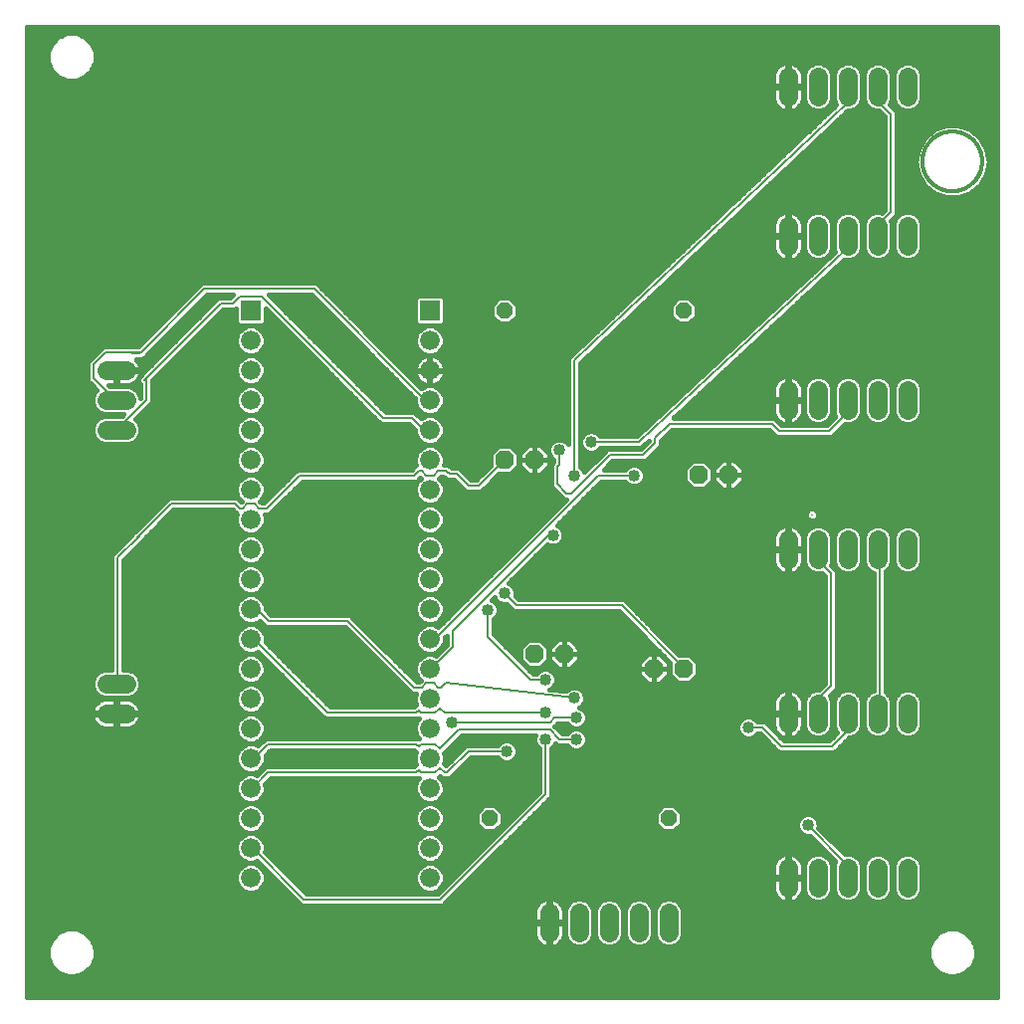
<source format=gbl>
G75*
%MOIN*%
%OFA0B0*%
%FSLAX25Y25*%
%IPPOS*%
%LPD*%
%AMOC8*
5,1,8,0,0,1.08239X$1,22.5*
%
%ADD10C,0.01200*%
%ADD11R,0.06600X0.06600*%
%ADD12C,0.06600*%
%ADD13OC8,0.06300*%
%ADD14OC8,0.05600*%
%ADD15C,0.06400*%
%ADD16C,0.00800*%
%ADD17C,0.04000*%
%ADD18C,0.01600*%
D10*
X0306000Y0286000D02*
X0306003Y0286245D01*
X0306012Y0286491D01*
X0306027Y0286736D01*
X0306048Y0286980D01*
X0306075Y0287224D01*
X0306108Y0287467D01*
X0306147Y0287710D01*
X0306192Y0287951D01*
X0306243Y0288191D01*
X0306300Y0288430D01*
X0306362Y0288667D01*
X0306431Y0288903D01*
X0306505Y0289137D01*
X0306585Y0289369D01*
X0306670Y0289599D01*
X0306761Y0289827D01*
X0306858Y0290052D01*
X0306960Y0290276D01*
X0307068Y0290496D01*
X0307181Y0290714D01*
X0307299Y0290929D01*
X0307423Y0291141D01*
X0307551Y0291350D01*
X0307685Y0291556D01*
X0307824Y0291758D01*
X0307968Y0291957D01*
X0308117Y0292152D01*
X0308270Y0292344D01*
X0308428Y0292532D01*
X0308590Y0292716D01*
X0308758Y0292895D01*
X0308929Y0293071D01*
X0309105Y0293242D01*
X0309284Y0293410D01*
X0309468Y0293572D01*
X0309656Y0293730D01*
X0309848Y0293883D01*
X0310043Y0294032D01*
X0310242Y0294176D01*
X0310444Y0294315D01*
X0310650Y0294449D01*
X0310859Y0294577D01*
X0311071Y0294701D01*
X0311286Y0294819D01*
X0311504Y0294932D01*
X0311724Y0295040D01*
X0311948Y0295142D01*
X0312173Y0295239D01*
X0312401Y0295330D01*
X0312631Y0295415D01*
X0312863Y0295495D01*
X0313097Y0295569D01*
X0313333Y0295638D01*
X0313570Y0295700D01*
X0313809Y0295757D01*
X0314049Y0295808D01*
X0314290Y0295853D01*
X0314533Y0295892D01*
X0314776Y0295925D01*
X0315020Y0295952D01*
X0315264Y0295973D01*
X0315509Y0295988D01*
X0315755Y0295997D01*
X0316000Y0296000D01*
X0316245Y0295997D01*
X0316491Y0295988D01*
X0316736Y0295973D01*
X0316980Y0295952D01*
X0317224Y0295925D01*
X0317467Y0295892D01*
X0317710Y0295853D01*
X0317951Y0295808D01*
X0318191Y0295757D01*
X0318430Y0295700D01*
X0318667Y0295638D01*
X0318903Y0295569D01*
X0319137Y0295495D01*
X0319369Y0295415D01*
X0319599Y0295330D01*
X0319827Y0295239D01*
X0320052Y0295142D01*
X0320276Y0295040D01*
X0320496Y0294932D01*
X0320714Y0294819D01*
X0320929Y0294701D01*
X0321141Y0294577D01*
X0321350Y0294449D01*
X0321556Y0294315D01*
X0321758Y0294176D01*
X0321957Y0294032D01*
X0322152Y0293883D01*
X0322344Y0293730D01*
X0322532Y0293572D01*
X0322716Y0293410D01*
X0322895Y0293242D01*
X0323071Y0293071D01*
X0323242Y0292895D01*
X0323410Y0292716D01*
X0323572Y0292532D01*
X0323730Y0292344D01*
X0323883Y0292152D01*
X0324032Y0291957D01*
X0324176Y0291758D01*
X0324315Y0291556D01*
X0324449Y0291350D01*
X0324577Y0291141D01*
X0324701Y0290929D01*
X0324819Y0290714D01*
X0324932Y0290496D01*
X0325040Y0290276D01*
X0325142Y0290052D01*
X0325239Y0289827D01*
X0325330Y0289599D01*
X0325415Y0289369D01*
X0325495Y0289137D01*
X0325569Y0288903D01*
X0325638Y0288667D01*
X0325700Y0288430D01*
X0325757Y0288191D01*
X0325808Y0287951D01*
X0325853Y0287710D01*
X0325892Y0287467D01*
X0325925Y0287224D01*
X0325952Y0286980D01*
X0325973Y0286736D01*
X0325988Y0286491D01*
X0325997Y0286245D01*
X0326000Y0286000D01*
X0325997Y0285755D01*
X0325988Y0285509D01*
X0325973Y0285264D01*
X0325952Y0285020D01*
X0325925Y0284776D01*
X0325892Y0284533D01*
X0325853Y0284290D01*
X0325808Y0284049D01*
X0325757Y0283809D01*
X0325700Y0283570D01*
X0325638Y0283333D01*
X0325569Y0283097D01*
X0325495Y0282863D01*
X0325415Y0282631D01*
X0325330Y0282401D01*
X0325239Y0282173D01*
X0325142Y0281948D01*
X0325040Y0281724D01*
X0324932Y0281504D01*
X0324819Y0281286D01*
X0324701Y0281071D01*
X0324577Y0280859D01*
X0324449Y0280650D01*
X0324315Y0280444D01*
X0324176Y0280242D01*
X0324032Y0280043D01*
X0323883Y0279848D01*
X0323730Y0279656D01*
X0323572Y0279468D01*
X0323410Y0279284D01*
X0323242Y0279105D01*
X0323071Y0278929D01*
X0322895Y0278758D01*
X0322716Y0278590D01*
X0322532Y0278428D01*
X0322344Y0278270D01*
X0322152Y0278117D01*
X0321957Y0277968D01*
X0321758Y0277824D01*
X0321556Y0277685D01*
X0321350Y0277551D01*
X0321141Y0277423D01*
X0320929Y0277299D01*
X0320714Y0277181D01*
X0320496Y0277068D01*
X0320276Y0276960D01*
X0320052Y0276858D01*
X0319827Y0276761D01*
X0319599Y0276670D01*
X0319369Y0276585D01*
X0319137Y0276505D01*
X0318903Y0276431D01*
X0318667Y0276362D01*
X0318430Y0276300D01*
X0318191Y0276243D01*
X0317951Y0276192D01*
X0317710Y0276147D01*
X0317467Y0276108D01*
X0317224Y0276075D01*
X0316980Y0276048D01*
X0316736Y0276027D01*
X0316491Y0276012D01*
X0316245Y0276003D01*
X0316000Y0276000D01*
X0315755Y0276003D01*
X0315509Y0276012D01*
X0315264Y0276027D01*
X0315020Y0276048D01*
X0314776Y0276075D01*
X0314533Y0276108D01*
X0314290Y0276147D01*
X0314049Y0276192D01*
X0313809Y0276243D01*
X0313570Y0276300D01*
X0313333Y0276362D01*
X0313097Y0276431D01*
X0312863Y0276505D01*
X0312631Y0276585D01*
X0312401Y0276670D01*
X0312173Y0276761D01*
X0311948Y0276858D01*
X0311724Y0276960D01*
X0311504Y0277068D01*
X0311286Y0277181D01*
X0311071Y0277299D01*
X0310859Y0277423D01*
X0310650Y0277551D01*
X0310444Y0277685D01*
X0310242Y0277824D01*
X0310043Y0277968D01*
X0309848Y0278117D01*
X0309656Y0278270D01*
X0309468Y0278428D01*
X0309284Y0278590D01*
X0309105Y0278758D01*
X0308929Y0278929D01*
X0308758Y0279105D01*
X0308590Y0279284D01*
X0308428Y0279468D01*
X0308270Y0279656D01*
X0308117Y0279848D01*
X0307968Y0280043D01*
X0307824Y0280242D01*
X0307685Y0280444D01*
X0307551Y0280650D01*
X0307423Y0280859D01*
X0307299Y0281071D01*
X0307181Y0281286D01*
X0307068Y0281504D01*
X0306960Y0281724D01*
X0306858Y0281948D01*
X0306761Y0282173D01*
X0306670Y0282401D01*
X0306585Y0282631D01*
X0306505Y0282863D01*
X0306431Y0283097D01*
X0306362Y0283333D01*
X0306300Y0283570D01*
X0306243Y0283809D01*
X0306192Y0284049D01*
X0306147Y0284290D01*
X0306108Y0284533D01*
X0306075Y0284776D01*
X0306048Y0285020D01*
X0306027Y0285264D01*
X0306012Y0285509D01*
X0306003Y0285755D01*
X0306000Y0286000D01*
D11*
X0141000Y0236000D03*
X0081000Y0236000D03*
D12*
X0081000Y0226000D03*
X0081000Y0216000D03*
X0081000Y0206000D03*
X0081000Y0196000D03*
X0081000Y0186000D03*
X0081000Y0176000D03*
X0081000Y0166000D03*
X0081000Y0156000D03*
X0081000Y0146000D03*
X0081000Y0136000D03*
X0081000Y0126000D03*
X0081000Y0116000D03*
X0081000Y0106000D03*
X0081000Y0096000D03*
X0081000Y0086000D03*
X0081000Y0076000D03*
X0081000Y0066000D03*
X0081000Y0056000D03*
X0081000Y0046000D03*
X0141000Y0046000D03*
X0141000Y0056000D03*
X0141000Y0066000D03*
X0141000Y0076000D03*
X0141000Y0086000D03*
X0141000Y0096000D03*
X0141000Y0106000D03*
X0141000Y0116000D03*
X0141000Y0126000D03*
X0141000Y0136000D03*
X0141000Y0146000D03*
X0141000Y0156000D03*
X0141000Y0166000D03*
X0141000Y0176000D03*
X0141000Y0186000D03*
X0141000Y0196000D03*
X0141000Y0206000D03*
X0141000Y0216000D03*
X0141000Y0226000D03*
D13*
X0166000Y0186000D03*
X0176000Y0186000D03*
X0231000Y0181000D03*
X0241000Y0181000D03*
X0186000Y0121000D03*
X0176000Y0121000D03*
X0216000Y0116000D03*
X0226000Y0116000D03*
D14*
X0221000Y0066000D03*
X0161000Y0066000D03*
X0166000Y0236000D03*
X0226000Y0236000D03*
D15*
X0261000Y0257800D02*
X0261000Y0264200D01*
X0271000Y0264200D02*
X0271000Y0257800D01*
X0281000Y0257800D02*
X0281000Y0264200D01*
X0291000Y0264200D02*
X0291000Y0257800D01*
X0301000Y0257800D02*
X0301000Y0264200D01*
X0301000Y0307800D02*
X0301000Y0314200D01*
X0291000Y0314200D02*
X0291000Y0307800D01*
X0281000Y0307800D02*
X0281000Y0314200D01*
X0271000Y0314200D02*
X0271000Y0307800D01*
X0261000Y0307800D02*
X0261000Y0314200D01*
X0261000Y0209200D02*
X0261000Y0202800D01*
X0271000Y0202800D02*
X0271000Y0209200D01*
X0281000Y0209200D02*
X0281000Y0202800D01*
X0291000Y0202800D02*
X0291000Y0209200D01*
X0301000Y0209200D02*
X0301000Y0202800D01*
X0301000Y0159200D02*
X0301000Y0152800D01*
X0291000Y0152800D02*
X0291000Y0159200D01*
X0281000Y0159200D02*
X0281000Y0152800D01*
X0271000Y0152800D02*
X0271000Y0159200D01*
X0261000Y0159200D02*
X0261000Y0152800D01*
X0261000Y0104200D02*
X0261000Y0097800D01*
X0271000Y0097800D02*
X0271000Y0104200D01*
X0281000Y0104200D02*
X0281000Y0097800D01*
X0291000Y0097800D02*
X0291000Y0104200D01*
X0301000Y0104200D02*
X0301000Y0097800D01*
X0301000Y0049200D02*
X0301000Y0042800D01*
X0291000Y0042800D02*
X0291000Y0049200D01*
X0281000Y0049200D02*
X0281000Y0042800D01*
X0271000Y0042800D02*
X0271000Y0049200D01*
X0261000Y0049200D02*
X0261000Y0042800D01*
X0221000Y0034200D02*
X0221000Y0027800D01*
X0211000Y0027800D02*
X0211000Y0034200D01*
X0201000Y0034200D02*
X0201000Y0027800D01*
X0191000Y0027800D02*
X0191000Y0034200D01*
X0181000Y0034200D02*
X0181000Y0027800D01*
X0039200Y0101000D02*
X0032800Y0101000D01*
X0032800Y0111000D02*
X0039200Y0111000D01*
X0039200Y0196000D02*
X0032800Y0196000D01*
X0032800Y0206000D02*
X0039200Y0206000D01*
X0039200Y0216000D02*
X0032800Y0216000D01*
D16*
X0028400Y0218000D02*
X0028400Y0213200D01*
X0035600Y0206000D01*
X0036000Y0206000D01*
X0046000Y0206000D02*
X0036000Y0196000D01*
X0046000Y0206000D02*
X0046000Y0213200D01*
X0045900Y0213300D01*
X0045400Y0212800D01*
X0045900Y0213300D02*
X0071000Y0238400D01*
X0075000Y0238400D01*
X0077400Y0240800D01*
X0084600Y0240800D01*
X0125400Y0200000D01*
X0135000Y0200000D01*
X0139000Y0196000D01*
X0141000Y0196000D01*
X0141000Y0206000D02*
X0140600Y0206400D01*
X0139000Y0206400D01*
X0102200Y0243200D01*
X0065400Y0243200D01*
X0044300Y0222100D01*
X0044400Y0222000D01*
X0032400Y0222000D01*
X0028400Y0218000D01*
X0041400Y0221600D02*
X0043800Y0221600D01*
X0044300Y0222100D01*
X0054200Y0171200D02*
X0075800Y0171200D01*
X0077400Y0169600D01*
X0078200Y0169600D01*
X0079800Y0171200D01*
X0082200Y0171200D01*
X0083800Y0169600D01*
X0086200Y0169600D01*
X0097400Y0180800D01*
X0135800Y0180800D01*
X0137400Y0182400D01*
X0138200Y0182400D01*
X0139800Y0180800D01*
X0142200Y0180800D01*
X0143800Y0182400D01*
X0146200Y0182400D01*
X0146700Y0181900D01*
X0146800Y0182000D01*
X0147600Y0181200D01*
X0150000Y0181200D01*
X0154000Y0177200D01*
X0157200Y0177200D01*
X0166000Y0186000D01*
X0183600Y0183600D02*
X0183600Y0178000D01*
X0186800Y0174800D01*
X0188400Y0174800D01*
X0201200Y0187600D01*
X0212400Y0187600D01*
X0216400Y0191600D01*
X0216400Y0193200D01*
X0221200Y0198000D01*
X0255600Y0198000D01*
X0258000Y0195600D01*
X0274800Y0195600D01*
X0280400Y0201200D01*
X0280400Y0206000D01*
X0281000Y0206000D01*
X0269000Y0167600D02*
X0269067Y0167533D01*
X0271000Y0156000D02*
X0271400Y0156000D01*
X0271400Y0152000D01*
X0275400Y0148000D01*
X0275400Y0110200D01*
X0271400Y0106200D01*
X0271400Y0101400D01*
X0271000Y0101000D01*
X0280400Y0100400D02*
X0280400Y0094800D01*
X0275600Y0090000D01*
X0258800Y0090000D01*
X0252400Y0096400D01*
X0247600Y0096400D01*
X0226000Y0116000D02*
X0226000Y0116400D01*
X0205200Y0137200D01*
X0170000Y0137200D01*
X0166000Y0141200D01*
X0160400Y0135600D02*
X0160400Y0126800D01*
X0174800Y0112400D01*
X0179600Y0112400D01*
X0179600Y0101200D02*
X0146000Y0101200D01*
X0144400Y0102800D01*
X0142800Y0101200D01*
X0138000Y0101200D01*
X0137200Y0102000D01*
X0136400Y0101200D01*
X0106800Y0101200D01*
X0082000Y0126000D01*
X0081000Y0126000D01*
X0087000Y0132000D02*
X0083000Y0136000D01*
X0081000Y0136000D01*
X0087000Y0132000D02*
X0113400Y0132000D01*
X0135800Y0109600D01*
X0138200Y0109600D01*
X0139800Y0111200D01*
X0142200Y0111200D01*
X0143800Y0109600D01*
X0144600Y0109600D01*
X0146200Y0111200D01*
X0189400Y0106200D01*
X0190000Y0099600D02*
X0182800Y0099600D01*
X0181200Y0098000D01*
X0148400Y0098000D01*
X0150800Y0095600D02*
X0144400Y0089200D01*
X0142800Y0090800D01*
X0138000Y0090800D01*
X0137200Y0090000D01*
X0136400Y0090800D01*
X0086800Y0090800D01*
X0082000Y0086000D01*
X0081000Y0086000D01*
X0086800Y0081200D02*
X0081200Y0075600D01*
X0081000Y0076000D01*
X0086800Y0081200D02*
X0136400Y0081200D01*
X0137200Y0082000D01*
X0138000Y0081200D01*
X0142800Y0081200D01*
X0144400Y0082800D01*
X0146000Y0081200D01*
X0146800Y0081200D01*
X0154000Y0088400D01*
X0166800Y0088400D01*
X0179600Y0092400D02*
X0179600Y0074000D01*
X0144400Y0038800D01*
X0098800Y0038800D01*
X0081200Y0056400D01*
X0081000Y0056000D01*
X0036000Y0111000D02*
X0036400Y0111600D01*
X0036400Y0153200D01*
X0043600Y0160400D01*
X0043500Y0160500D01*
X0043000Y0160000D01*
X0043500Y0160500D02*
X0054200Y0171200D01*
X0141000Y0126000D02*
X0141400Y0126400D01*
X0143000Y0126400D01*
X0197400Y0180800D01*
X0209400Y0180800D01*
X0211000Y0192000D02*
X0281000Y0257000D01*
X0281000Y0261000D01*
X0291000Y0261000D02*
X0291400Y0261000D01*
X0291400Y0265000D01*
X0295400Y0269000D01*
X0295400Y0301800D01*
X0291400Y0305800D01*
X0291400Y0310600D01*
X0291000Y0311000D01*
X0281000Y0311000D02*
X0281000Y0305800D01*
X0189400Y0219200D01*
X0189400Y0180800D01*
X0184400Y0184400D02*
X0183600Y0183600D01*
X0184400Y0184400D02*
X0184400Y0189200D01*
X0195000Y0192000D02*
X0211000Y0192000D01*
X0182200Y0160800D02*
X0180600Y0160800D01*
X0148600Y0128800D01*
X0148600Y0123200D01*
X0141400Y0116000D01*
X0141000Y0116000D01*
X0150800Y0095600D02*
X0181200Y0095600D01*
X0184400Y0092400D01*
X0190000Y0092400D01*
X0267600Y0063600D02*
X0280400Y0050800D01*
X0280400Y0046000D01*
X0281000Y0046000D01*
X0280400Y0100400D02*
X0281000Y0101000D01*
X0291000Y0101000D02*
X0291600Y0101200D01*
X0291600Y0155600D01*
X0291000Y0156000D01*
X0147000Y0181600D02*
X0146700Y0181900D01*
D17*
X0184400Y0189200D03*
X0189400Y0180800D03*
X0195000Y0192000D03*
X0209400Y0180800D03*
X0182200Y0160800D03*
X0166000Y0141200D03*
X0160400Y0135600D03*
X0179600Y0112400D03*
X0179600Y0101200D03*
X0179600Y0092400D03*
X0190000Y0092400D03*
X0190000Y0099600D03*
X0189400Y0106200D03*
X0166800Y0088400D03*
X0148400Y0098000D03*
X0247600Y0096400D03*
X0267600Y0063600D03*
D18*
X0331000Y0006000D02*
X0006000Y0006000D01*
X0006000Y0331000D01*
X0331000Y0331000D01*
X0331000Y0006000D01*
X0331000Y0006818D02*
X0006000Y0006818D01*
X0006000Y0008416D02*
X0331000Y0008416D01*
X0331000Y0010015D02*
X0006000Y0010015D01*
X0006000Y0011613D02*
X0331000Y0011613D01*
X0331000Y0013212D02*
X0317840Y0013212D01*
X0317571Y0013101D02*
X0320475Y0014303D01*
X0322697Y0016525D01*
X0323899Y0019429D01*
X0323899Y0022571D01*
X0322697Y0025475D01*
X0320475Y0027697D01*
X0317571Y0028899D01*
X0314429Y0028899D01*
X0311525Y0027697D01*
X0309303Y0025475D01*
X0308101Y0022571D01*
X0308101Y0019429D01*
X0309303Y0016525D01*
X0311525Y0014303D01*
X0314429Y0013101D01*
X0317571Y0013101D01*
X0314160Y0013212D02*
X0022840Y0013212D01*
X0022571Y0013101D02*
X0025475Y0014303D01*
X0027697Y0016525D01*
X0028899Y0019429D01*
X0028899Y0022571D01*
X0027697Y0025475D01*
X0025475Y0027697D01*
X0022571Y0028899D01*
X0019429Y0028899D01*
X0016525Y0027697D01*
X0014303Y0025475D01*
X0013101Y0022571D01*
X0013101Y0019429D01*
X0014303Y0016525D01*
X0016525Y0014303D01*
X0019429Y0013101D01*
X0022571Y0013101D01*
X0019160Y0013212D02*
X0006000Y0013212D01*
X0006000Y0014810D02*
X0016018Y0014810D01*
X0014420Y0016409D02*
X0006000Y0016409D01*
X0006000Y0018007D02*
X0013690Y0018007D01*
X0013101Y0019606D02*
X0006000Y0019606D01*
X0006000Y0021204D02*
X0013101Y0021204D01*
X0013197Y0022803D02*
X0006000Y0022803D01*
X0006000Y0024401D02*
X0013859Y0024401D01*
X0014829Y0026000D02*
X0006000Y0026000D01*
X0006000Y0027599D02*
X0016427Y0027599D01*
X0025573Y0027599D02*
X0176000Y0027599D01*
X0176000Y0027406D02*
X0176123Y0026629D01*
X0176366Y0025881D01*
X0176724Y0025179D01*
X0177186Y0024543D01*
X0177743Y0023986D01*
X0178379Y0023524D01*
X0179081Y0023166D01*
X0179829Y0022923D01*
X0180606Y0022800D01*
X0180800Y0022800D01*
X0180800Y0030800D01*
X0181200Y0030800D01*
X0181200Y0031200D01*
X0186000Y0031200D01*
X0186000Y0034594D01*
X0185877Y0035371D01*
X0185634Y0036119D01*
X0185276Y0036821D01*
X0184814Y0037457D01*
X0184257Y0038014D01*
X0183621Y0038476D01*
X0182919Y0038834D01*
X0182171Y0039077D01*
X0181394Y0039200D01*
X0181200Y0039200D01*
X0181200Y0031200D01*
X0180800Y0031200D01*
X0180800Y0039200D01*
X0180606Y0039200D01*
X0179829Y0039077D01*
X0179081Y0038834D01*
X0178379Y0038476D01*
X0177743Y0038014D01*
X0177186Y0037457D01*
X0176724Y0036821D01*
X0176366Y0036119D01*
X0176123Y0035371D01*
X0176000Y0034594D01*
X0176000Y0031200D01*
X0180800Y0031200D01*
X0180800Y0030800D01*
X0176000Y0030800D01*
X0176000Y0027406D01*
X0176328Y0026000D02*
X0027171Y0026000D01*
X0028141Y0024401D02*
X0177327Y0024401D01*
X0180800Y0024401D02*
X0181200Y0024401D01*
X0181200Y0022803D02*
X0180800Y0022803D01*
X0180588Y0022803D02*
X0028803Y0022803D01*
X0028899Y0021204D02*
X0308101Y0021204D01*
X0308101Y0019606D02*
X0028899Y0019606D01*
X0028310Y0018007D02*
X0308690Y0018007D01*
X0309420Y0016409D02*
X0027580Y0016409D01*
X0025982Y0014810D02*
X0311018Y0014810D01*
X0308197Y0022803D02*
X0181412Y0022803D01*
X0181394Y0022800D02*
X0182171Y0022923D01*
X0182919Y0023166D01*
X0183621Y0023524D01*
X0184257Y0023986D01*
X0184814Y0024543D01*
X0185276Y0025179D01*
X0185634Y0025881D01*
X0185877Y0026629D01*
X0186000Y0027406D01*
X0186000Y0030800D01*
X0181200Y0030800D01*
X0181200Y0022800D01*
X0181394Y0022800D01*
X0181200Y0026000D02*
X0180800Y0026000D01*
X0180800Y0027599D02*
X0181200Y0027599D01*
X0181200Y0029197D02*
X0180800Y0029197D01*
X0180800Y0030796D02*
X0181200Y0030796D01*
X0181200Y0032394D02*
X0180800Y0032394D01*
X0180800Y0033993D02*
X0181200Y0033993D01*
X0181200Y0035591D02*
X0180800Y0035591D01*
X0180800Y0037190D02*
X0181200Y0037190D01*
X0181200Y0038788D02*
X0180800Y0038788D01*
X0178991Y0038788D02*
X0147217Y0038788D01*
X0146400Y0037972D02*
X0181600Y0073172D01*
X0181600Y0089332D01*
X0181639Y0089348D01*
X0182652Y0090361D01*
X0182933Y0091039D01*
X0183572Y0090400D01*
X0186932Y0090400D01*
X0186948Y0090361D01*
X0187961Y0089348D01*
X0189284Y0088800D01*
X0190716Y0088800D01*
X0192039Y0089348D01*
X0193052Y0090361D01*
X0193600Y0091684D01*
X0193600Y0093116D01*
X0193052Y0094439D01*
X0192039Y0095452D01*
X0190716Y0096000D01*
X0192039Y0096548D01*
X0193052Y0097561D01*
X0193600Y0098884D01*
X0193600Y0100316D01*
X0193052Y0101639D01*
X0192039Y0102652D01*
X0191140Y0103024D01*
X0191439Y0103148D01*
X0192452Y0104161D01*
X0193000Y0105484D01*
X0193000Y0106916D01*
X0192452Y0108239D01*
X0191439Y0109252D01*
X0190116Y0109800D01*
X0188684Y0109800D01*
X0187361Y0109252D01*
X0186641Y0108533D01*
X0181193Y0109163D01*
X0181639Y0109348D01*
X0182652Y0110361D01*
X0183200Y0111684D01*
X0183200Y0113116D01*
X0182652Y0114439D01*
X0181639Y0115452D01*
X0180316Y0116000D01*
X0178884Y0116000D01*
X0177561Y0115452D01*
X0176548Y0114439D01*
X0176532Y0114400D01*
X0175628Y0114400D01*
X0162400Y0127628D01*
X0162400Y0132532D01*
X0162439Y0132548D01*
X0163452Y0133561D01*
X0164000Y0134884D01*
X0164000Y0136316D01*
X0163452Y0137639D01*
X0162439Y0138652D01*
X0161620Y0138991D01*
X0162609Y0139980D01*
X0162948Y0139161D01*
X0163961Y0138148D01*
X0165284Y0137600D01*
X0166716Y0137600D01*
X0166755Y0137616D01*
X0169172Y0135200D01*
X0204372Y0135200D01*
X0221427Y0118145D01*
X0221250Y0117968D01*
X0221250Y0114032D01*
X0224032Y0111250D01*
X0227968Y0111250D01*
X0230750Y0114032D01*
X0230750Y0117968D01*
X0227968Y0120750D01*
X0224478Y0120750D01*
X0207200Y0138028D01*
X0206028Y0139200D01*
X0170828Y0139200D01*
X0169584Y0140445D01*
X0169600Y0140484D01*
X0169600Y0141916D01*
X0169052Y0143239D01*
X0168039Y0144252D01*
X0167220Y0144591D01*
X0180313Y0157685D01*
X0181484Y0157200D01*
X0182916Y0157200D01*
X0184239Y0157748D01*
X0185252Y0158761D01*
X0185800Y0160084D01*
X0185800Y0161516D01*
X0185252Y0162839D01*
X0184239Y0163852D01*
X0183561Y0164133D01*
X0198228Y0178800D01*
X0206332Y0178800D01*
X0206348Y0178761D01*
X0207361Y0177748D01*
X0208684Y0177200D01*
X0210116Y0177200D01*
X0211439Y0177748D01*
X0212452Y0178761D01*
X0213000Y0180084D01*
X0213000Y0181516D01*
X0212452Y0182839D01*
X0211439Y0183852D01*
X0210116Y0184400D01*
X0208684Y0184400D01*
X0207361Y0183852D01*
X0206348Y0182839D01*
X0206332Y0182800D01*
X0199228Y0182800D01*
X0202028Y0185600D01*
X0213228Y0185600D01*
X0217228Y0189600D01*
X0218400Y0190772D01*
X0218400Y0192372D01*
X0222028Y0196000D01*
X0254772Y0196000D01*
X0256000Y0194772D01*
X0257172Y0193600D01*
X0275628Y0193600D01*
X0280033Y0198005D01*
X0280045Y0198000D01*
X0281955Y0198000D01*
X0283719Y0198731D01*
X0285069Y0200081D01*
X0285800Y0201845D01*
X0285800Y0210155D01*
X0285069Y0211919D01*
X0283719Y0213269D01*
X0281955Y0214000D01*
X0280045Y0214000D01*
X0278281Y0213269D01*
X0276931Y0211919D01*
X0276200Y0210155D01*
X0276200Y0201845D01*
X0276791Y0200419D01*
X0273972Y0197600D01*
X0258828Y0197600D01*
X0256428Y0200000D01*
X0222555Y0200000D01*
X0279759Y0253119D01*
X0280045Y0253000D01*
X0281955Y0253000D01*
X0283719Y0253731D01*
X0285069Y0255081D01*
X0285800Y0256845D01*
X0285800Y0265155D01*
X0285069Y0266919D01*
X0283719Y0268269D01*
X0281955Y0269000D01*
X0280045Y0269000D01*
X0278281Y0268269D01*
X0276931Y0266919D01*
X0276200Y0265155D01*
X0276200Y0256845D01*
X0276671Y0255709D01*
X0210215Y0194000D01*
X0198068Y0194000D01*
X0198052Y0194039D01*
X0197039Y0195052D01*
X0195716Y0195600D01*
X0194284Y0195600D01*
X0192961Y0195052D01*
X0191948Y0194039D01*
X0191400Y0192716D01*
X0191400Y0191284D01*
X0191948Y0189961D01*
X0192961Y0188948D01*
X0194284Y0188400D01*
X0195716Y0188400D01*
X0197039Y0188948D01*
X0198052Y0189961D01*
X0198068Y0190000D01*
X0210963Y0190000D01*
X0211754Y0189971D01*
X0211785Y0190000D01*
X0211828Y0190000D01*
X0212388Y0190560D01*
X0214392Y0192421D01*
X0211572Y0189600D01*
X0200372Y0189600D01*
X0199200Y0188428D01*
X0192791Y0182020D01*
X0192452Y0182839D01*
X0191439Y0183852D01*
X0191400Y0183868D01*
X0191400Y0218339D01*
X0280950Y0303000D01*
X0281955Y0303000D01*
X0283719Y0303731D01*
X0285069Y0305081D01*
X0285800Y0306845D01*
X0285800Y0315155D01*
X0285069Y0316919D01*
X0283719Y0318269D01*
X0281955Y0319000D01*
X0280045Y0319000D01*
X0278281Y0318269D01*
X0276931Y0316919D01*
X0276200Y0315155D01*
X0276200Y0306845D01*
X0276931Y0305081D01*
X0277124Y0304888D01*
X0188604Y0221200D01*
X0188572Y0221200D01*
X0188006Y0220634D01*
X0187424Y0220084D01*
X0187423Y0220052D01*
X0187400Y0220028D01*
X0187400Y0219228D01*
X0187378Y0218428D01*
X0187400Y0218404D01*
X0187400Y0191291D01*
X0186439Y0192252D01*
X0185116Y0192800D01*
X0183684Y0192800D01*
X0182361Y0192252D01*
X0181348Y0191239D01*
X0180800Y0189916D01*
X0180800Y0188484D01*
X0181348Y0187161D01*
X0182361Y0186148D01*
X0182400Y0186132D01*
X0182400Y0185228D01*
X0181600Y0184428D01*
X0181600Y0177172D01*
X0184800Y0173972D01*
X0185972Y0172800D01*
X0186572Y0172800D01*
X0143851Y0130079D01*
X0143776Y0130154D01*
X0141975Y0130900D01*
X0140025Y0130900D01*
X0138224Y0130154D01*
X0136846Y0128776D01*
X0136100Y0126975D01*
X0136100Y0125025D01*
X0136846Y0123224D01*
X0138224Y0121846D01*
X0140025Y0121100D01*
X0141975Y0121100D01*
X0143776Y0121846D01*
X0145154Y0123224D01*
X0145900Y0125025D01*
X0145900Y0126472D01*
X0146600Y0127172D01*
X0146600Y0124028D01*
X0143033Y0120462D01*
X0141975Y0120900D01*
X0140025Y0120900D01*
X0138224Y0120154D01*
X0136846Y0118776D01*
X0136100Y0116975D01*
X0136100Y0115025D01*
X0136846Y0113224D01*
X0137921Y0112149D01*
X0137372Y0111600D01*
X0136628Y0111600D01*
X0115400Y0132828D01*
X0114228Y0134000D01*
X0087828Y0134000D01*
X0085900Y0135928D01*
X0085900Y0136975D01*
X0085154Y0138776D01*
X0083776Y0140154D01*
X0081975Y0140900D01*
X0080025Y0140900D01*
X0078224Y0140154D01*
X0076846Y0138776D01*
X0076100Y0136975D01*
X0076100Y0135025D01*
X0076846Y0133224D01*
X0078224Y0131846D01*
X0080025Y0131100D01*
X0081975Y0131100D01*
X0083776Y0131846D01*
X0084051Y0132121D01*
X0086172Y0130000D01*
X0112572Y0130000D01*
X0134972Y0107600D01*
X0136359Y0107600D01*
X0136100Y0106975D01*
X0136100Y0105025D01*
X0136525Y0104000D01*
X0136372Y0104000D01*
X0135572Y0103200D01*
X0107628Y0103200D01*
X0085872Y0124957D01*
X0085900Y0125025D01*
X0085900Y0126975D01*
X0085154Y0128776D01*
X0083776Y0130154D01*
X0081975Y0130900D01*
X0080025Y0130900D01*
X0078224Y0130154D01*
X0076846Y0128776D01*
X0076100Y0126975D01*
X0076100Y0125025D01*
X0076846Y0123224D01*
X0078224Y0121846D01*
X0080025Y0121100D01*
X0081975Y0121100D01*
X0083457Y0121714D01*
X0104800Y0100372D01*
X0104800Y0100372D01*
X0105972Y0099200D01*
X0137270Y0099200D01*
X0136846Y0098776D01*
X0136100Y0096975D01*
X0136100Y0095025D01*
X0136846Y0093224D01*
X0137270Y0092800D01*
X0085972Y0092800D01*
X0083457Y0090286D01*
X0081975Y0090900D01*
X0080025Y0090900D01*
X0078224Y0090154D01*
X0076846Y0088776D01*
X0076100Y0086975D01*
X0076100Y0085025D01*
X0076846Y0083224D01*
X0078224Y0081846D01*
X0080025Y0081100D01*
X0081975Y0081100D01*
X0083776Y0081846D01*
X0085154Y0083224D01*
X0085900Y0085025D01*
X0085900Y0086975D01*
X0085872Y0087043D01*
X0087628Y0088800D01*
X0135572Y0088800D01*
X0136372Y0088000D01*
X0136525Y0088000D01*
X0136100Y0086975D01*
X0136100Y0085025D01*
X0136525Y0084000D01*
X0136372Y0084000D01*
X0135572Y0083200D01*
X0085972Y0083200D01*
X0083175Y0080403D01*
X0081975Y0080900D01*
X0080025Y0080900D01*
X0078224Y0080154D01*
X0076846Y0078776D01*
X0076100Y0076975D01*
X0076100Y0075025D01*
X0076846Y0073224D01*
X0078224Y0071846D01*
X0080025Y0071100D01*
X0081975Y0071100D01*
X0083776Y0071846D01*
X0085154Y0073224D01*
X0085900Y0075025D01*
X0085900Y0076975D01*
X0085754Y0077326D01*
X0087628Y0079200D01*
X0137270Y0079200D01*
X0136846Y0078776D01*
X0136100Y0076975D01*
X0136100Y0075025D01*
X0136846Y0073224D01*
X0138224Y0071846D01*
X0140025Y0071100D01*
X0141975Y0071100D01*
X0143776Y0071846D01*
X0145154Y0073224D01*
X0145900Y0075025D01*
X0145900Y0076975D01*
X0145154Y0078776D01*
X0144179Y0079751D01*
X0144400Y0079972D01*
X0145172Y0079200D01*
X0147628Y0079200D01*
X0148800Y0080372D01*
X0154828Y0086400D01*
X0163732Y0086400D01*
X0163748Y0086361D01*
X0164761Y0085348D01*
X0166084Y0084800D01*
X0167516Y0084800D01*
X0168839Y0085348D01*
X0169852Y0086361D01*
X0170400Y0087684D01*
X0170400Y0089116D01*
X0169852Y0090439D01*
X0168839Y0091452D01*
X0167516Y0092000D01*
X0166084Y0092000D01*
X0164761Y0091452D01*
X0163748Y0090439D01*
X0163732Y0090400D01*
X0153172Y0090400D01*
X0146400Y0083628D01*
X0146400Y0083628D01*
X0145637Y0084391D01*
X0145900Y0085025D01*
X0145900Y0086975D01*
X0145637Y0087609D01*
X0146400Y0088372D01*
X0151628Y0093600D01*
X0176200Y0093600D01*
X0176000Y0093116D01*
X0176000Y0091684D01*
X0176548Y0090361D01*
X0177561Y0089348D01*
X0177600Y0089332D01*
X0177600Y0074828D01*
X0143572Y0040800D01*
X0099628Y0040800D01*
X0085754Y0054674D01*
X0085900Y0055025D01*
X0085900Y0056975D01*
X0085154Y0058776D01*
X0083776Y0060154D01*
X0081975Y0060900D01*
X0080025Y0060900D01*
X0078224Y0060154D01*
X0076846Y0058776D01*
X0076100Y0056975D01*
X0076100Y0055025D01*
X0076846Y0053224D01*
X0078224Y0051846D01*
X0080025Y0051100D01*
X0081975Y0051100D01*
X0083175Y0051597D01*
X0097972Y0036800D01*
X0145228Y0036800D01*
X0146400Y0037972D01*
X0145618Y0037190D02*
X0176992Y0037190D01*
X0176195Y0035591D02*
X0006000Y0035591D01*
X0006000Y0033993D02*
X0176000Y0033993D01*
X0176000Y0032394D02*
X0006000Y0032394D01*
X0006000Y0030796D02*
X0176000Y0030796D01*
X0176000Y0029197D02*
X0006000Y0029197D01*
X0006000Y0037190D02*
X0097582Y0037190D01*
X0095983Y0038788D02*
X0006000Y0038788D01*
X0006000Y0040387D02*
X0094385Y0040387D01*
X0092786Y0041985D02*
X0083915Y0041985D01*
X0083776Y0041846D02*
X0085154Y0043224D01*
X0085900Y0045025D01*
X0085900Y0046975D01*
X0085154Y0048776D01*
X0083776Y0050154D01*
X0081975Y0050900D01*
X0080025Y0050900D01*
X0078224Y0050154D01*
X0076846Y0048776D01*
X0076100Y0046975D01*
X0076100Y0045025D01*
X0076846Y0043224D01*
X0078224Y0041846D01*
X0080025Y0041100D01*
X0081975Y0041100D01*
X0083776Y0041846D01*
X0085303Y0043584D02*
X0091188Y0043584D01*
X0089589Y0045182D02*
X0085900Y0045182D01*
X0085900Y0046781D02*
X0087991Y0046781D01*
X0086392Y0048379D02*
X0085318Y0048379D01*
X0084794Y0049978D02*
X0083952Y0049978D01*
X0083195Y0051576D02*
X0083124Y0051576D01*
X0085796Y0054773D02*
X0136204Y0054773D01*
X0136100Y0055025D02*
X0136846Y0053224D01*
X0138224Y0051846D01*
X0140025Y0051100D01*
X0141975Y0051100D01*
X0143776Y0051846D01*
X0145154Y0053224D01*
X0145900Y0055025D01*
X0145900Y0056975D01*
X0145154Y0058776D01*
X0143776Y0060154D01*
X0141975Y0060900D01*
X0140025Y0060900D01*
X0138224Y0060154D01*
X0136846Y0058776D01*
X0136100Y0056975D01*
X0136100Y0055025D01*
X0136100Y0056372D02*
X0085900Y0056372D01*
X0085488Y0057970D02*
X0136512Y0057970D01*
X0137639Y0059569D02*
X0084361Y0059569D01*
X0083776Y0061846D02*
X0085154Y0063224D01*
X0085900Y0065025D01*
X0085900Y0066975D01*
X0085154Y0068776D01*
X0083776Y0070154D01*
X0081975Y0070900D01*
X0080025Y0070900D01*
X0078224Y0070154D01*
X0076846Y0068776D01*
X0076100Y0066975D01*
X0076100Y0065025D01*
X0076846Y0063224D01*
X0078224Y0061846D01*
X0080025Y0061100D01*
X0081975Y0061100D01*
X0083776Y0061846D01*
X0084695Y0062766D02*
X0137305Y0062766D01*
X0136846Y0063224D02*
X0138224Y0061846D01*
X0140025Y0061100D01*
X0141975Y0061100D01*
X0143776Y0061846D01*
X0145154Y0063224D01*
X0145900Y0065025D01*
X0145900Y0066975D01*
X0145154Y0068776D01*
X0143776Y0070154D01*
X0141975Y0070900D01*
X0140025Y0070900D01*
X0138224Y0070154D01*
X0136846Y0068776D01*
X0136100Y0066975D01*
X0136100Y0065025D01*
X0136846Y0063224D01*
X0136374Y0064364D02*
X0085626Y0064364D01*
X0085900Y0065963D02*
X0136100Y0065963D01*
X0136343Y0067561D02*
X0085657Y0067561D01*
X0084770Y0069160D02*
X0137230Y0069160D01*
X0139683Y0070758D02*
X0082317Y0070758D01*
X0084286Y0072357D02*
X0137714Y0072357D01*
X0136543Y0073955D02*
X0085457Y0073955D01*
X0085900Y0075554D02*
X0136100Y0075554D01*
X0136174Y0077152D02*
X0085826Y0077152D01*
X0087179Y0078751D02*
X0136836Y0078751D01*
X0135918Y0083546D02*
X0085287Y0083546D01*
X0084719Y0081948D02*
X0083878Y0081948D01*
X0085900Y0085145D02*
X0136100Y0085145D01*
X0136100Y0086743D02*
X0085900Y0086743D01*
X0087170Y0088342D02*
X0136030Y0088342D01*
X0136933Y0093137D02*
X0085067Y0093137D01*
X0085154Y0093224D02*
X0085900Y0095025D01*
X0085900Y0096975D01*
X0085154Y0098776D01*
X0083776Y0100154D01*
X0081975Y0100900D01*
X0080025Y0100900D01*
X0078224Y0100154D01*
X0076846Y0098776D01*
X0076100Y0096975D01*
X0076100Y0095025D01*
X0076846Y0093224D01*
X0078224Y0091846D01*
X0080025Y0091100D01*
X0081975Y0091100D01*
X0083776Y0091846D01*
X0085154Y0093224D01*
X0085780Y0094736D02*
X0136220Y0094736D01*
X0136100Y0096334D02*
X0085900Y0096334D01*
X0085503Y0097933D02*
X0136497Y0097933D01*
X0136389Y0104327D02*
X0106501Y0104327D01*
X0104903Y0105926D02*
X0136100Y0105926D01*
X0136328Y0107524D02*
X0103304Y0107524D01*
X0101706Y0109123D02*
X0133449Y0109123D01*
X0131850Y0110721D02*
X0100107Y0110721D01*
X0098509Y0112320D02*
X0130252Y0112320D01*
X0128653Y0113918D02*
X0096910Y0113918D01*
X0095312Y0115517D02*
X0127055Y0115517D01*
X0125456Y0117115D02*
X0093713Y0117115D01*
X0092115Y0118714D02*
X0123858Y0118714D01*
X0122259Y0120312D02*
X0090516Y0120312D01*
X0088918Y0121911D02*
X0120661Y0121911D01*
X0119062Y0123509D02*
X0087319Y0123509D01*
X0085900Y0125108D02*
X0117464Y0125108D01*
X0115865Y0126706D02*
X0085900Y0126706D01*
X0085349Y0128305D02*
X0114267Y0128305D01*
X0112668Y0129903D02*
X0084026Y0129903D01*
X0084670Y0131502D02*
X0082945Y0131502D01*
X0079055Y0131502D02*
X0038400Y0131502D01*
X0038400Y0133100D02*
X0076970Y0133100D01*
X0076235Y0134699D02*
X0038400Y0134699D01*
X0038400Y0136297D02*
X0076100Y0136297D01*
X0076482Y0137896D02*
X0038400Y0137896D01*
X0038400Y0139494D02*
X0077565Y0139494D01*
X0078224Y0141846D02*
X0080025Y0141100D01*
X0081975Y0141100D01*
X0083776Y0141846D01*
X0085154Y0143224D01*
X0085900Y0145025D01*
X0085900Y0146975D01*
X0085154Y0148776D01*
X0083776Y0150154D01*
X0081975Y0150900D01*
X0080025Y0150900D01*
X0078224Y0150154D01*
X0076846Y0148776D01*
X0076100Y0146975D01*
X0076100Y0145025D01*
X0076846Y0143224D01*
X0078224Y0141846D01*
X0077379Y0142691D02*
X0038400Y0142691D01*
X0038400Y0141093D02*
X0154864Y0141093D01*
X0153266Y0139494D02*
X0144435Y0139494D01*
X0143776Y0140154D02*
X0145154Y0138776D01*
X0145900Y0136975D01*
X0145900Y0135025D01*
X0145154Y0133224D01*
X0143776Y0131846D01*
X0141975Y0131100D01*
X0140025Y0131100D01*
X0138224Y0131846D01*
X0136846Y0133224D01*
X0136100Y0135025D01*
X0136100Y0136975D01*
X0136846Y0138776D01*
X0138224Y0140154D01*
X0140025Y0140900D01*
X0141975Y0140900D01*
X0143776Y0140154D01*
X0143776Y0141846D02*
X0141975Y0141100D01*
X0140025Y0141100D01*
X0138224Y0141846D01*
X0136846Y0143224D01*
X0136100Y0145025D01*
X0136100Y0146975D01*
X0136846Y0148776D01*
X0138224Y0150154D01*
X0140025Y0150900D01*
X0141975Y0150900D01*
X0143776Y0150154D01*
X0145154Y0148776D01*
X0145900Y0146975D01*
X0145900Y0145025D01*
X0145154Y0143224D01*
X0143776Y0141846D01*
X0144621Y0142691D02*
X0156463Y0142691D01*
X0158061Y0144290D02*
X0145595Y0144290D01*
X0145900Y0145888D02*
X0159660Y0145888D01*
X0161258Y0147487D02*
X0145688Y0147487D01*
X0144844Y0149085D02*
X0162857Y0149085D01*
X0164455Y0150684D02*
X0142496Y0150684D01*
X0141975Y0151100D02*
X0143776Y0151846D01*
X0145154Y0153224D01*
X0145900Y0155025D01*
X0145900Y0156975D01*
X0145154Y0158776D01*
X0143776Y0160154D01*
X0141975Y0160900D01*
X0140025Y0160900D01*
X0138224Y0160154D01*
X0136846Y0158776D01*
X0136100Y0156975D01*
X0136100Y0155025D01*
X0136846Y0153224D01*
X0138224Y0151846D01*
X0140025Y0151100D01*
X0141975Y0151100D01*
X0139504Y0150684D02*
X0082496Y0150684D01*
X0081975Y0151100D02*
X0083776Y0151846D01*
X0085154Y0153224D01*
X0085900Y0155025D01*
X0085900Y0156975D01*
X0085154Y0158776D01*
X0083776Y0160154D01*
X0081975Y0160900D01*
X0080025Y0160900D01*
X0078224Y0160154D01*
X0076846Y0158776D01*
X0076100Y0156975D01*
X0076100Y0155025D01*
X0076846Y0153224D01*
X0078224Y0151846D01*
X0080025Y0151100D01*
X0081975Y0151100D01*
X0079504Y0150684D02*
X0038400Y0150684D01*
X0038400Y0152282D02*
X0077788Y0152282D01*
X0076574Y0153881D02*
X0039909Y0153881D01*
X0038400Y0152372D02*
X0044428Y0158400D01*
X0045600Y0159572D01*
X0045600Y0159772D01*
X0055028Y0169200D01*
X0074972Y0169200D01*
X0075400Y0168772D01*
X0076421Y0167750D01*
X0076100Y0166975D01*
X0076100Y0165025D01*
X0076846Y0163224D01*
X0078224Y0161846D01*
X0080025Y0161100D01*
X0081975Y0161100D01*
X0083776Y0161846D01*
X0085154Y0163224D01*
X0085900Y0165025D01*
X0085900Y0166975D01*
X0085641Y0167600D01*
X0087028Y0167600D01*
X0098228Y0178800D01*
X0136628Y0178800D01*
X0137800Y0179972D01*
X0137800Y0179972D01*
X0137921Y0179851D01*
X0136846Y0178776D01*
X0136100Y0176975D01*
X0136100Y0175025D01*
X0136846Y0173224D01*
X0138224Y0171846D01*
X0140025Y0171100D01*
X0141975Y0171100D01*
X0143776Y0171846D01*
X0145154Y0173224D01*
X0145900Y0175025D01*
X0145900Y0176975D01*
X0145154Y0178776D01*
X0144079Y0179851D01*
X0144628Y0180400D01*
X0145372Y0180400D01*
X0145872Y0179900D01*
X0146172Y0179600D01*
X0146372Y0179600D01*
X0146772Y0179200D01*
X0149172Y0179200D01*
X0153172Y0175200D01*
X0158028Y0175200D01*
X0159200Y0176372D01*
X0164078Y0181250D01*
X0167968Y0181250D01*
X0170750Y0184032D01*
X0170750Y0187968D01*
X0167968Y0190750D01*
X0164032Y0190750D01*
X0161250Y0187968D01*
X0161250Y0184078D01*
X0156372Y0179200D01*
X0154828Y0179200D01*
X0152000Y0182028D01*
X0150828Y0183200D01*
X0148428Y0183200D01*
X0147628Y0184000D01*
X0147428Y0184000D01*
X0147028Y0184400D01*
X0145641Y0184400D01*
X0145900Y0185025D01*
X0145900Y0186975D01*
X0145154Y0188776D01*
X0143776Y0190154D01*
X0141975Y0190900D01*
X0140025Y0190900D01*
X0138224Y0190154D01*
X0136846Y0188776D01*
X0136100Y0186975D01*
X0136100Y0185025D01*
X0136421Y0184250D01*
X0135400Y0183228D01*
X0134972Y0182800D01*
X0096572Y0182800D01*
X0095400Y0181628D01*
X0085372Y0171600D01*
X0084628Y0171600D01*
X0084079Y0172149D01*
X0085154Y0173224D01*
X0085900Y0175025D01*
X0085900Y0176975D01*
X0085154Y0178776D01*
X0083776Y0180154D01*
X0081975Y0180900D01*
X0080025Y0180900D01*
X0078224Y0180154D01*
X0076846Y0178776D01*
X0076100Y0176975D01*
X0076100Y0175025D01*
X0076846Y0173224D01*
X0077921Y0172149D01*
X0077800Y0172028D01*
X0076628Y0173200D01*
X0053372Y0173200D01*
X0052200Y0172028D01*
X0042672Y0162500D01*
X0042672Y0162500D01*
X0041500Y0161328D01*
X0041000Y0160828D01*
X0041000Y0160628D01*
X0034400Y0154028D01*
X0034400Y0115800D01*
X0031845Y0115800D01*
X0030081Y0115069D01*
X0028731Y0113719D01*
X0028000Y0111955D01*
X0028000Y0110045D01*
X0028731Y0108281D01*
X0030081Y0106931D01*
X0031845Y0106200D01*
X0040155Y0106200D01*
X0041919Y0106931D01*
X0043269Y0108281D01*
X0044000Y0110045D01*
X0044000Y0111955D01*
X0043269Y0113719D01*
X0041919Y0115069D01*
X0040155Y0115800D01*
X0038400Y0115800D01*
X0038400Y0152372D01*
X0038400Y0149085D02*
X0077156Y0149085D01*
X0076312Y0147487D02*
X0038400Y0147487D01*
X0038400Y0145888D02*
X0076100Y0145888D01*
X0076405Y0144290D02*
X0038400Y0144290D01*
X0034400Y0144290D02*
X0006000Y0144290D01*
X0006000Y0145888D02*
X0034400Y0145888D01*
X0034400Y0147487D02*
X0006000Y0147487D01*
X0006000Y0149085D02*
X0034400Y0149085D01*
X0034400Y0150684D02*
X0006000Y0150684D01*
X0006000Y0152282D02*
X0034400Y0152282D01*
X0034400Y0153881D02*
X0006000Y0153881D01*
X0006000Y0155479D02*
X0035851Y0155479D01*
X0037450Y0157078D02*
X0006000Y0157078D01*
X0006000Y0158676D02*
X0039048Y0158676D01*
X0040647Y0160275D02*
X0006000Y0160275D01*
X0006000Y0161873D02*
X0042045Y0161873D01*
X0041500Y0161328D02*
X0041500Y0161328D01*
X0043644Y0163472D02*
X0006000Y0163472D01*
X0006000Y0165070D02*
X0045242Y0165070D01*
X0046841Y0166669D02*
X0006000Y0166669D01*
X0006000Y0168268D02*
X0048439Y0168268D01*
X0050038Y0169866D02*
X0006000Y0169866D01*
X0006000Y0171465D02*
X0051636Y0171465D01*
X0052200Y0172028D02*
X0052200Y0172028D01*
X0053235Y0173063D02*
X0006000Y0173063D01*
X0006000Y0174662D02*
X0076251Y0174662D01*
X0076100Y0176260D02*
X0006000Y0176260D01*
X0006000Y0177859D02*
X0076466Y0177859D01*
X0077527Y0179457D02*
X0006000Y0179457D01*
X0006000Y0181056D02*
X0094827Y0181056D01*
X0096426Y0182654D02*
X0084584Y0182654D01*
X0085154Y0183224D02*
X0085900Y0185025D01*
X0085900Y0186975D01*
X0085154Y0188776D01*
X0083776Y0190154D01*
X0081975Y0190900D01*
X0080025Y0190900D01*
X0078224Y0190154D01*
X0076846Y0188776D01*
X0076100Y0186975D01*
X0076100Y0185025D01*
X0076846Y0183224D01*
X0078224Y0181846D01*
X0080025Y0181100D01*
X0081975Y0181100D01*
X0083776Y0181846D01*
X0085154Y0183224D01*
X0085580Y0184253D02*
X0136420Y0184253D01*
X0136100Y0185851D02*
X0085900Y0185851D01*
X0085703Y0187450D02*
X0136297Y0187450D01*
X0137119Y0189048D02*
X0084881Y0189048D01*
X0082586Y0190647D02*
X0139414Y0190647D01*
X0140025Y0191100D02*
X0141975Y0191100D01*
X0143776Y0191846D01*
X0145154Y0193224D01*
X0145900Y0195025D01*
X0145900Y0196975D01*
X0145154Y0198776D01*
X0143776Y0200154D01*
X0141975Y0200900D01*
X0140025Y0200900D01*
X0138224Y0200154D01*
X0137949Y0199879D01*
X0135828Y0202000D01*
X0126228Y0202000D01*
X0087028Y0241200D01*
X0101372Y0241200D01*
X0136100Y0206472D01*
X0136100Y0205025D01*
X0136846Y0203224D01*
X0138224Y0201846D01*
X0140025Y0201100D01*
X0141975Y0201100D01*
X0143776Y0201846D01*
X0145154Y0203224D01*
X0145900Y0205025D01*
X0145900Y0206975D01*
X0145154Y0208776D01*
X0143776Y0210154D01*
X0141975Y0210900D01*
X0140025Y0210900D01*
X0138224Y0210154D01*
X0138149Y0210079D01*
X0103028Y0245200D01*
X0064572Y0245200D01*
X0043372Y0224000D01*
X0031572Y0224000D01*
X0030400Y0222828D01*
X0026400Y0218828D01*
X0026400Y0212372D01*
X0027572Y0211200D01*
X0029392Y0209380D01*
X0028731Y0208719D01*
X0028000Y0206955D01*
X0028000Y0205045D01*
X0028731Y0203281D01*
X0030081Y0201931D01*
X0031845Y0201200D01*
X0038372Y0201200D01*
X0037972Y0200800D01*
X0031845Y0200800D01*
X0030081Y0200069D01*
X0028731Y0198719D01*
X0028000Y0196955D01*
X0028000Y0195045D01*
X0028731Y0193281D01*
X0030081Y0191931D01*
X0031845Y0191200D01*
X0040155Y0191200D01*
X0041919Y0191931D01*
X0043269Y0193281D01*
X0044000Y0195045D01*
X0044000Y0196955D01*
X0043269Y0198719D01*
X0042408Y0199580D01*
X0046828Y0204000D01*
X0048000Y0205172D01*
X0048000Y0212572D01*
X0071828Y0236400D01*
X0075828Y0236400D01*
X0076100Y0236672D01*
X0076100Y0232037D01*
X0077037Y0231100D01*
X0084963Y0231100D01*
X0085900Y0232037D01*
X0085900Y0236672D01*
X0123400Y0199172D01*
X0124572Y0198000D01*
X0134172Y0198000D01*
X0136100Y0196072D01*
X0136100Y0195025D01*
X0136846Y0193224D01*
X0138224Y0191846D01*
X0140025Y0191100D01*
X0137825Y0192245D02*
X0084175Y0192245D01*
X0083776Y0191846D02*
X0085154Y0193224D01*
X0085900Y0195025D01*
X0085900Y0196975D01*
X0085154Y0198776D01*
X0083776Y0200154D01*
X0081975Y0200900D01*
X0080025Y0200900D01*
X0078224Y0200154D01*
X0076846Y0198776D01*
X0076100Y0196975D01*
X0076100Y0195025D01*
X0076846Y0193224D01*
X0078224Y0191846D01*
X0080025Y0191100D01*
X0081975Y0191100D01*
X0083776Y0191846D01*
X0085411Y0193844D02*
X0136589Y0193844D01*
X0136100Y0195442D02*
X0085900Y0195442D01*
X0085873Y0197041D02*
X0135131Y0197041D01*
X0137591Y0200238D02*
X0138427Y0200238D01*
X0138248Y0201836D02*
X0135992Y0201836D01*
X0136759Y0203435D02*
X0124794Y0203435D01*
X0123195Y0205033D02*
X0136100Y0205033D01*
X0135940Y0206632D02*
X0121597Y0206632D01*
X0119998Y0208230D02*
X0134341Y0208230D01*
X0132743Y0209829D02*
X0118400Y0209829D01*
X0116801Y0211427D02*
X0131144Y0211427D01*
X0129546Y0213026D02*
X0115203Y0213026D01*
X0113604Y0214624D02*
X0127947Y0214624D01*
X0126349Y0216223D02*
X0112006Y0216223D01*
X0110407Y0217821D02*
X0124750Y0217821D01*
X0123152Y0219420D02*
X0108809Y0219420D01*
X0107210Y0221018D02*
X0121553Y0221018D01*
X0119955Y0222617D02*
X0105612Y0222617D01*
X0104013Y0224215D02*
X0118356Y0224215D01*
X0116758Y0225814D02*
X0102414Y0225814D01*
X0100816Y0227412D02*
X0115159Y0227412D01*
X0113561Y0229011D02*
X0099217Y0229011D01*
X0097619Y0230609D02*
X0111962Y0230609D01*
X0110364Y0232208D02*
X0096020Y0232208D01*
X0094422Y0233806D02*
X0108765Y0233806D01*
X0107167Y0235405D02*
X0092823Y0235405D01*
X0091225Y0237003D02*
X0105568Y0237003D01*
X0103970Y0238602D02*
X0089626Y0238602D01*
X0088028Y0240201D02*
X0102371Y0240201D01*
X0104831Y0243398D02*
X0212083Y0243398D01*
X0213774Y0244996D02*
X0103232Y0244996D01*
X0106429Y0241799D02*
X0210393Y0241799D01*
X0208702Y0240201D02*
X0168022Y0240201D01*
X0167823Y0240400D02*
X0170400Y0237823D01*
X0170400Y0234177D01*
X0167823Y0231600D01*
X0164177Y0231600D01*
X0161600Y0234177D01*
X0161600Y0237823D01*
X0164177Y0240400D01*
X0167823Y0240400D01*
X0169621Y0238602D02*
X0207011Y0238602D01*
X0205320Y0237003D02*
X0170400Y0237003D01*
X0170400Y0235405D02*
X0203629Y0235405D01*
X0201939Y0233806D02*
X0170029Y0233806D01*
X0168430Y0232208D02*
X0200248Y0232208D01*
X0198557Y0230609D02*
X0142676Y0230609D01*
X0141975Y0230900D02*
X0140025Y0230900D01*
X0138224Y0230154D01*
X0136846Y0228776D01*
X0136100Y0226975D01*
X0136100Y0225025D01*
X0136846Y0223224D01*
X0138224Y0221846D01*
X0140025Y0221100D01*
X0141975Y0221100D01*
X0143776Y0221846D01*
X0145154Y0223224D01*
X0145900Y0225025D01*
X0145900Y0226975D01*
X0145154Y0228776D01*
X0143776Y0230154D01*
X0141975Y0230900D01*
X0139324Y0230609D02*
X0117619Y0230609D01*
X0119217Y0229011D02*
X0137081Y0229011D01*
X0136281Y0227412D02*
X0120816Y0227412D01*
X0122414Y0225814D02*
X0136100Y0225814D01*
X0136435Y0224215D02*
X0124013Y0224215D01*
X0125612Y0222617D02*
X0137453Y0222617D01*
X0138327Y0220362D02*
X0137678Y0219890D01*
X0137110Y0219322D01*
X0136638Y0218673D01*
X0136274Y0217958D01*
X0136026Y0217194D01*
X0135900Y0216401D01*
X0135900Y0216184D01*
X0140816Y0216184D01*
X0140816Y0215816D01*
X0141184Y0215816D01*
X0141184Y0210900D01*
X0141401Y0210900D01*
X0142194Y0211026D01*
X0142958Y0211274D01*
X0143673Y0211638D01*
X0144322Y0212110D01*
X0144890Y0212678D01*
X0145362Y0213327D01*
X0145726Y0214042D01*
X0145974Y0214806D01*
X0146100Y0215599D01*
X0146100Y0215816D01*
X0141184Y0215816D01*
X0141184Y0216184D01*
X0146100Y0216184D01*
X0146100Y0216401D01*
X0145974Y0217194D01*
X0145726Y0217958D01*
X0145362Y0218673D01*
X0144890Y0219322D01*
X0144322Y0219890D01*
X0143673Y0220362D01*
X0142958Y0220726D01*
X0142194Y0220974D01*
X0141401Y0221100D01*
X0141184Y0221100D01*
X0141184Y0216184D01*
X0140816Y0216184D01*
X0140816Y0221100D01*
X0140599Y0221100D01*
X0139806Y0220974D01*
X0139042Y0220726D01*
X0138327Y0220362D01*
X0137207Y0219420D02*
X0128809Y0219420D01*
X0130407Y0217821D02*
X0136229Y0217821D01*
X0135900Y0216223D02*
X0132006Y0216223D01*
X0133604Y0214624D02*
X0136085Y0214624D01*
X0136026Y0214806D02*
X0136274Y0214042D01*
X0136638Y0213327D01*
X0137110Y0212678D01*
X0137678Y0212110D01*
X0138327Y0211638D01*
X0139042Y0211274D01*
X0139806Y0211026D01*
X0140599Y0210900D01*
X0140816Y0210900D01*
X0140816Y0215816D01*
X0135900Y0215816D01*
X0135900Y0215599D01*
X0136026Y0214806D01*
X0135203Y0213026D02*
X0136857Y0213026D01*
X0136801Y0211427D02*
X0138741Y0211427D01*
X0140816Y0211427D02*
X0141184Y0211427D01*
X0141184Y0213026D02*
X0140816Y0213026D01*
X0140816Y0214624D02*
X0141184Y0214624D01*
X0141184Y0216223D02*
X0140816Y0216223D01*
X0140816Y0217821D02*
X0141184Y0217821D01*
X0141184Y0219420D02*
X0140816Y0219420D01*
X0140816Y0221018D02*
X0141184Y0221018D01*
X0141917Y0221018D02*
X0188390Y0221018D01*
X0187400Y0219420D02*
X0144793Y0219420D01*
X0145771Y0217821D02*
X0187400Y0217821D01*
X0187400Y0216223D02*
X0146100Y0216223D01*
X0145915Y0214624D02*
X0187400Y0214624D01*
X0187400Y0213026D02*
X0145143Y0213026D01*
X0143259Y0211427D02*
X0187400Y0211427D01*
X0187400Y0209829D02*
X0144101Y0209829D01*
X0145380Y0208230D02*
X0187400Y0208230D01*
X0187400Y0206632D02*
X0145900Y0206632D01*
X0145900Y0205033D02*
X0187400Y0205033D01*
X0187400Y0203435D02*
X0145241Y0203435D01*
X0143752Y0201836D02*
X0187400Y0201836D01*
X0187400Y0200238D02*
X0143573Y0200238D01*
X0145211Y0198639D02*
X0187400Y0198639D01*
X0187400Y0197041D02*
X0145873Y0197041D01*
X0145900Y0195442D02*
X0187400Y0195442D01*
X0187400Y0193844D02*
X0145411Y0193844D01*
X0144175Y0192245D02*
X0182354Y0192245D01*
X0181103Y0190647D02*
X0178354Y0190647D01*
X0178050Y0190950D02*
X0176000Y0190950D01*
X0176000Y0186000D01*
X0180950Y0186000D01*
X0180950Y0188050D01*
X0178050Y0190950D01*
X0176000Y0190950D02*
X0176000Y0186000D01*
X0176000Y0186000D01*
X0176000Y0186000D01*
X0180950Y0186000D01*
X0180950Y0183950D01*
X0178050Y0181050D01*
X0176000Y0181050D01*
X0176000Y0186000D01*
X0176000Y0186000D01*
X0176000Y0186000D01*
X0171050Y0186000D01*
X0171050Y0188050D01*
X0173950Y0190950D01*
X0176000Y0190950D01*
X0176000Y0190647D02*
X0176000Y0190647D01*
X0176000Y0189048D02*
X0176000Y0189048D01*
X0176000Y0187450D02*
X0176000Y0187450D01*
X0176000Y0186000D02*
X0171050Y0186000D01*
X0171050Y0183950D01*
X0173950Y0181050D01*
X0176000Y0181050D01*
X0176000Y0186000D01*
X0176000Y0185851D02*
X0176000Y0185851D01*
X0176000Y0184253D02*
X0176000Y0184253D01*
X0176000Y0182654D02*
X0176000Y0182654D01*
X0176000Y0181056D02*
X0176000Y0181056D01*
X0178056Y0181056D02*
X0181600Y0181056D01*
X0181600Y0182654D02*
X0179654Y0182654D01*
X0180950Y0184253D02*
X0181600Y0184253D01*
X0180950Y0185851D02*
X0182400Y0185851D01*
X0181228Y0187450D02*
X0180950Y0187450D01*
X0180800Y0189048D02*
X0179952Y0189048D01*
X0173646Y0190647D02*
X0168071Y0190647D01*
X0169669Y0189048D02*
X0172048Y0189048D01*
X0171050Y0187450D02*
X0170750Y0187450D01*
X0170750Y0185851D02*
X0171050Y0185851D01*
X0171050Y0184253D02*
X0170750Y0184253D01*
X0169372Y0182654D02*
X0172346Y0182654D01*
X0173944Y0181056D02*
X0163884Y0181056D01*
X0162286Y0179457D02*
X0181600Y0179457D01*
X0181600Y0177859D02*
X0160687Y0177859D01*
X0159088Y0176260D02*
X0182512Y0176260D01*
X0184110Y0174662D02*
X0145749Y0174662D01*
X0145900Y0176260D02*
X0152112Y0176260D01*
X0150513Y0177859D02*
X0145534Y0177859D01*
X0146514Y0179457D02*
X0144473Y0179457D01*
X0147176Y0184253D02*
X0161250Y0184253D01*
X0161250Y0185851D02*
X0145900Y0185851D01*
X0145703Y0187450D02*
X0161250Y0187450D01*
X0162331Y0189048D02*
X0144881Y0189048D01*
X0142586Y0190647D02*
X0163929Y0190647D01*
X0159826Y0182654D02*
X0151374Y0182654D01*
X0152973Y0181056D02*
X0158227Y0181056D01*
X0156629Y0179457D02*
X0154571Y0179457D01*
X0144993Y0173063D02*
X0185709Y0173063D01*
X0185236Y0171465D02*
X0142855Y0171465D01*
X0141975Y0170900D02*
X0140025Y0170900D01*
X0138224Y0170154D01*
X0136846Y0168776D01*
X0136100Y0166975D01*
X0136100Y0165025D01*
X0136846Y0163224D01*
X0138224Y0161846D01*
X0140025Y0161100D01*
X0141975Y0161100D01*
X0143776Y0161846D01*
X0145154Y0163224D01*
X0145900Y0165025D01*
X0145900Y0166975D01*
X0145154Y0168776D01*
X0143776Y0170154D01*
X0141975Y0170900D01*
X0144064Y0169866D02*
X0183638Y0169866D01*
X0182039Y0168268D02*
X0145364Y0168268D01*
X0145900Y0166669D02*
X0180441Y0166669D01*
X0178842Y0165070D02*
X0145900Y0165070D01*
X0145257Y0163472D02*
X0177244Y0163472D01*
X0175645Y0161873D02*
X0143803Y0161873D01*
X0143484Y0160275D02*
X0174047Y0160275D01*
X0172448Y0158676D02*
X0145195Y0158676D01*
X0145857Y0157078D02*
X0170850Y0157078D01*
X0169251Y0155479D02*
X0145900Y0155479D01*
X0145426Y0153881D02*
X0167652Y0153881D01*
X0166054Y0152282D02*
X0144212Y0152282D01*
X0137788Y0152282D02*
X0084212Y0152282D01*
X0085426Y0153881D02*
X0136574Y0153881D01*
X0136100Y0155479D02*
X0085900Y0155479D01*
X0085857Y0157078D02*
X0136143Y0157078D01*
X0136805Y0158676D02*
X0085195Y0158676D01*
X0083484Y0160275D02*
X0138516Y0160275D01*
X0138197Y0161873D02*
X0083803Y0161873D01*
X0085257Y0163472D02*
X0136743Y0163472D01*
X0136100Y0165070D02*
X0085900Y0165070D01*
X0085900Y0166669D02*
X0136100Y0166669D01*
X0136636Y0168268D02*
X0087696Y0168268D01*
X0089294Y0169866D02*
X0137936Y0169866D01*
X0139145Y0171465D02*
X0090893Y0171465D01*
X0092491Y0173063D02*
X0137007Y0173063D01*
X0136251Y0174662D02*
X0094090Y0174662D01*
X0095688Y0176260D02*
X0136100Y0176260D01*
X0136466Y0177859D02*
X0097287Y0177859D01*
X0093229Y0179457D02*
X0084473Y0179457D01*
X0085534Y0177859D02*
X0091630Y0177859D01*
X0090032Y0176260D02*
X0085900Y0176260D01*
X0085749Y0174662D02*
X0088433Y0174662D01*
X0086835Y0173063D02*
X0084993Y0173063D01*
X0077800Y0172028D02*
X0077800Y0172028D01*
X0077007Y0173063D02*
X0076765Y0173063D01*
X0075904Y0168268D02*
X0054096Y0168268D01*
X0052497Y0166669D02*
X0076100Y0166669D01*
X0076100Y0165070D02*
X0050899Y0165070D01*
X0049300Y0163472D02*
X0076743Y0163472D01*
X0078197Y0161873D02*
X0047702Y0161873D01*
X0046103Y0160275D02*
X0078516Y0160275D01*
X0076805Y0158676D02*
X0044705Y0158676D01*
X0043106Y0157078D02*
X0076143Y0157078D01*
X0076100Y0155479D02*
X0041508Y0155479D01*
X0034400Y0142691D02*
X0006000Y0142691D01*
X0006000Y0141093D02*
X0034400Y0141093D01*
X0034400Y0139494D02*
X0006000Y0139494D01*
X0006000Y0137896D02*
X0034400Y0137896D01*
X0034400Y0136297D02*
X0006000Y0136297D01*
X0006000Y0134699D02*
X0034400Y0134699D01*
X0034400Y0133100D02*
X0006000Y0133100D01*
X0006000Y0131502D02*
X0034400Y0131502D01*
X0034400Y0129903D02*
X0006000Y0129903D01*
X0006000Y0128305D02*
X0034400Y0128305D01*
X0034400Y0126706D02*
X0006000Y0126706D01*
X0006000Y0125108D02*
X0034400Y0125108D01*
X0034400Y0123509D02*
X0006000Y0123509D01*
X0006000Y0121911D02*
X0034400Y0121911D01*
X0034400Y0120312D02*
X0006000Y0120312D01*
X0006000Y0118714D02*
X0034400Y0118714D01*
X0034400Y0117115D02*
X0006000Y0117115D01*
X0006000Y0115517D02*
X0031161Y0115517D01*
X0028930Y0113918D02*
X0006000Y0113918D01*
X0006000Y0112320D02*
X0028151Y0112320D01*
X0028000Y0110721D02*
X0006000Y0110721D01*
X0006000Y0109123D02*
X0028382Y0109123D01*
X0029488Y0107524D02*
X0006000Y0107524D01*
X0006000Y0105926D02*
X0031937Y0105926D01*
X0031629Y0105877D02*
X0030881Y0105634D01*
X0030179Y0105276D01*
X0029543Y0104814D01*
X0028986Y0104257D01*
X0028524Y0103621D01*
X0028166Y0102919D01*
X0027923Y0102171D01*
X0027800Y0101394D01*
X0027800Y0101200D01*
X0035800Y0101200D01*
X0035800Y0106000D01*
X0032406Y0106000D01*
X0031629Y0105877D01*
X0029056Y0104327D02*
X0006000Y0104327D01*
X0006000Y0102729D02*
X0028104Y0102729D01*
X0027800Y0100800D02*
X0027800Y0100606D01*
X0027923Y0099829D01*
X0028166Y0099081D01*
X0028524Y0098379D01*
X0028986Y0097743D01*
X0029543Y0097186D01*
X0030179Y0096724D01*
X0030881Y0096366D01*
X0031629Y0096123D01*
X0032406Y0096000D01*
X0035800Y0096000D01*
X0035800Y0100800D01*
X0036200Y0100800D01*
X0036200Y0101200D01*
X0035800Y0101200D01*
X0035800Y0100800D01*
X0027800Y0100800D01*
X0028020Y0099532D02*
X0006000Y0099532D01*
X0006000Y0101130D02*
X0035800Y0101130D01*
X0036200Y0101130D02*
X0079953Y0101130D01*
X0080025Y0101100D02*
X0081975Y0101100D01*
X0083776Y0101846D01*
X0085154Y0103224D01*
X0085900Y0105025D01*
X0085900Y0106975D01*
X0085154Y0108776D01*
X0083776Y0110154D01*
X0081975Y0110900D01*
X0080025Y0110900D01*
X0078224Y0110154D01*
X0076846Y0108776D01*
X0076100Y0106975D01*
X0076100Y0105025D01*
X0076846Y0103224D01*
X0078224Y0101846D01*
X0080025Y0101100D01*
X0082047Y0101130D02*
X0104042Y0101130D01*
X0105640Y0099532D02*
X0084398Y0099532D01*
X0084658Y0102729D02*
X0102443Y0102729D01*
X0100845Y0104327D02*
X0085611Y0104327D01*
X0085900Y0105926D02*
X0099246Y0105926D01*
X0097648Y0107524D02*
X0085672Y0107524D01*
X0084807Y0109123D02*
X0096049Y0109123D01*
X0094450Y0110721D02*
X0082407Y0110721D01*
X0081975Y0111100D02*
X0083776Y0111846D01*
X0085154Y0113224D01*
X0085900Y0115025D01*
X0085900Y0116975D01*
X0085154Y0118776D01*
X0083776Y0120154D01*
X0081975Y0120900D01*
X0080025Y0120900D01*
X0078224Y0120154D01*
X0076846Y0118776D01*
X0076100Y0116975D01*
X0076100Y0115025D01*
X0076846Y0113224D01*
X0078224Y0111846D01*
X0080025Y0111100D01*
X0081975Y0111100D01*
X0079593Y0110721D02*
X0044000Y0110721D01*
X0043849Y0112320D02*
X0077751Y0112320D01*
X0076559Y0113918D02*
X0043070Y0113918D01*
X0040839Y0115517D02*
X0076100Y0115517D01*
X0076158Y0117115D02*
X0038400Y0117115D01*
X0038400Y0118714D02*
X0076820Y0118714D01*
X0078606Y0120312D02*
X0038400Y0120312D01*
X0038400Y0121911D02*
X0078160Y0121911D01*
X0076728Y0123509D02*
X0038400Y0123509D01*
X0038400Y0125108D02*
X0076100Y0125108D01*
X0076100Y0126706D02*
X0038400Y0126706D01*
X0038400Y0128305D02*
X0076651Y0128305D01*
X0077974Y0129903D02*
X0038400Y0129903D01*
X0043618Y0109123D02*
X0077193Y0109123D01*
X0076328Y0107524D02*
X0042512Y0107524D01*
X0041119Y0105634D02*
X0040371Y0105877D01*
X0039594Y0106000D01*
X0036200Y0106000D01*
X0036200Y0101200D01*
X0044200Y0101200D01*
X0044200Y0101394D01*
X0044077Y0102171D01*
X0043834Y0102919D01*
X0043476Y0103621D01*
X0043014Y0104257D01*
X0042457Y0104814D01*
X0041821Y0105276D01*
X0041119Y0105634D01*
X0040063Y0105926D02*
X0076100Y0105926D01*
X0076389Y0104327D02*
X0042944Y0104327D01*
X0043896Y0102729D02*
X0077342Y0102729D01*
X0077602Y0099532D02*
X0043980Y0099532D01*
X0044077Y0099829D02*
X0044200Y0100606D01*
X0044200Y0100800D01*
X0036200Y0100800D01*
X0036200Y0096000D01*
X0039594Y0096000D01*
X0040371Y0096123D01*
X0041119Y0096366D01*
X0041821Y0096724D01*
X0042457Y0097186D01*
X0043014Y0097743D01*
X0043476Y0098379D01*
X0043834Y0099081D01*
X0044077Y0099829D01*
X0043152Y0097933D02*
X0076497Y0097933D01*
X0076100Y0096334D02*
X0041021Y0096334D01*
X0036200Y0096334D02*
X0035800Y0096334D01*
X0035800Y0097933D02*
X0036200Y0097933D01*
X0036200Y0099532D02*
X0035800Y0099532D01*
X0035800Y0102729D02*
X0036200Y0102729D01*
X0036200Y0104327D02*
X0035800Y0104327D01*
X0035800Y0105926D02*
X0036200Y0105926D01*
X0028848Y0097933D02*
X0006000Y0097933D01*
X0006000Y0096334D02*
X0030979Y0096334D01*
X0006000Y0094736D02*
X0076220Y0094736D01*
X0076933Y0093137D02*
X0006000Y0093137D01*
X0006000Y0091539D02*
X0078966Y0091539D01*
X0078011Y0089940D02*
X0006000Y0089940D01*
X0006000Y0088342D02*
X0076666Y0088342D01*
X0076100Y0086743D02*
X0006000Y0086743D01*
X0006000Y0085145D02*
X0076100Y0085145D01*
X0076713Y0083546D02*
X0006000Y0083546D01*
X0006000Y0081948D02*
X0078122Y0081948D01*
X0078696Y0080349D02*
X0006000Y0080349D01*
X0006000Y0078751D02*
X0076836Y0078751D01*
X0076174Y0077152D02*
X0006000Y0077152D01*
X0006000Y0075554D02*
X0076100Y0075554D01*
X0076543Y0073955D02*
X0006000Y0073955D01*
X0006000Y0072357D02*
X0077714Y0072357D01*
X0079683Y0070758D02*
X0006000Y0070758D01*
X0006000Y0069160D02*
X0077230Y0069160D01*
X0076343Y0067561D02*
X0006000Y0067561D01*
X0006000Y0065963D02*
X0076100Y0065963D01*
X0076374Y0064364D02*
X0006000Y0064364D01*
X0006000Y0062766D02*
X0077305Y0062766D01*
X0079863Y0061167D02*
X0006000Y0061167D01*
X0006000Y0059569D02*
X0077639Y0059569D01*
X0076512Y0057970D02*
X0006000Y0057970D01*
X0006000Y0056372D02*
X0076100Y0056372D01*
X0076204Y0054773D02*
X0006000Y0054773D01*
X0006000Y0053175D02*
X0076896Y0053175D01*
X0078876Y0051576D02*
X0006000Y0051576D01*
X0006000Y0049978D02*
X0078048Y0049978D01*
X0076682Y0048379D02*
X0006000Y0048379D01*
X0006000Y0046781D02*
X0076100Y0046781D01*
X0076100Y0045182D02*
X0006000Y0045182D01*
X0006000Y0043584D02*
X0076697Y0043584D01*
X0078085Y0041985D02*
X0006000Y0041985D01*
X0082137Y0061167D02*
X0139863Y0061167D01*
X0142137Y0061167D02*
X0163939Y0061167D01*
X0162823Y0061600D02*
X0165400Y0064177D01*
X0165400Y0067823D01*
X0162823Y0070400D01*
X0159177Y0070400D01*
X0156600Y0067823D01*
X0156600Y0064177D01*
X0159177Y0061600D01*
X0162823Y0061600D01*
X0163988Y0062766D02*
X0165537Y0062766D01*
X0165400Y0064364D02*
X0167136Y0064364D01*
X0168734Y0065963D02*
X0165400Y0065963D01*
X0165400Y0067561D02*
X0170333Y0067561D01*
X0171931Y0069160D02*
X0164063Y0069160D01*
X0157937Y0069160D02*
X0144770Y0069160D01*
X0145657Y0067561D02*
X0156600Y0067561D01*
X0156600Y0065963D02*
X0145900Y0065963D01*
X0145626Y0064364D02*
X0156600Y0064364D01*
X0158012Y0062766D02*
X0144695Y0062766D01*
X0144361Y0059569D02*
X0162340Y0059569D01*
X0160742Y0057970D02*
X0145488Y0057970D01*
X0145900Y0056372D02*
X0159143Y0056372D01*
X0157545Y0054773D02*
X0145796Y0054773D01*
X0145104Y0053175D02*
X0155946Y0053175D01*
X0154348Y0051576D02*
X0143124Y0051576D01*
X0141975Y0050900D02*
X0140025Y0050900D01*
X0138224Y0050154D01*
X0136846Y0048776D01*
X0136100Y0046975D01*
X0136100Y0045025D01*
X0136846Y0043224D01*
X0138224Y0041846D01*
X0140025Y0041100D01*
X0141975Y0041100D01*
X0143776Y0041846D01*
X0145154Y0043224D01*
X0145900Y0045025D01*
X0145900Y0046975D01*
X0145154Y0048776D01*
X0143776Y0050154D01*
X0141975Y0050900D01*
X0143952Y0049978D02*
X0152749Y0049978D01*
X0151151Y0048379D02*
X0145318Y0048379D01*
X0145900Y0046781D02*
X0149552Y0046781D01*
X0147954Y0045182D02*
X0145900Y0045182D01*
X0146355Y0043584D02*
X0145303Y0043584D01*
X0144757Y0041985D02*
X0143915Y0041985D01*
X0138085Y0041985D02*
X0098443Y0041985D01*
X0096845Y0043584D02*
X0136697Y0043584D01*
X0136100Y0045182D02*
X0095246Y0045182D01*
X0093648Y0046781D02*
X0136100Y0046781D01*
X0136682Y0048379D02*
X0092049Y0048379D01*
X0090451Y0049978D02*
X0138048Y0049978D01*
X0138876Y0051576D02*
X0088852Y0051576D01*
X0087254Y0053175D02*
X0136896Y0053175D01*
X0148815Y0040387D02*
X0256618Y0040387D01*
X0256724Y0040179D02*
X0257186Y0039543D01*
X0257743Y0038986D01*
X0258379Y0038524D01*
X0259081Y0038166D01*
X0259829Y0037923D01*
X0260606Y0037800D01*
X0260800Y0037800D01*
X0260800Y0045800D01*
X0261200Y0045800D01*
X0261200Y0046200D01*
X0266000Y0046200D01*
X0266000Y0049594D01*
X0265877Y0050371D01*
X0265634Y0051119D01*
X0265276Y0051821D01*
X0264814Y0052457D01*
X0264257Y0053014D01*
X0263621Y0053476D01*
X0262919Y0053834D01*
X0262171Y0054077D01*
X0261394Y0054200D01*
X0261200Y0054200D01*
X0261200Y0046200D01*
X0260800Y0046200D01*
X0260800Y0054200D01*
X0260606Y0054200D01*
X0259829Y0054077D01*
X0259081Y0053834D01*
X0258379Y0053476D01*
X0257743Y0053014D01*
X0257186Y0052457D01*
X0256724Y0051821D01*
X0256366Y0051119D01*
X0256123Y0050371D01*
X0256000Y0049594D01*
X0256000Y0046200D01*
X0260800Y0046200D01*
X0260800Y0045800D01*
X0256000Y0045800D01*
X0256000Y0042406D01*
X0256123Y0041629D01*
X0256366Y0040881D01*
X0256724Y0040179D01*
X0258015Y0038788D02*
X0222466Y0038788D01*
X0221955Y0039000D02*
X0220045Y0039000D01*
X0218281Y0038269D01*
X0216931Y0036919D01*
X0216200Y0035155D01*
X0216200Y0026845D01*
X0216931Y0025081D01*
X0218281Y0023731D01*
X0220045Y0023000D01*
X0221955Y0023000D01*
X0223719Y0023731D01*
X0225069Y0025081D01*
X0225800Y0026845D01*
X0225800Y0035155D01*
X0225069Y0036919D01*
X0223719Y0038269D01*
X0221955Y0039000D01*
X0219534Y0038788D02*
X0212466Y0038788D01*
X0211955Y0039000D02*
X0210045Y0039000D01*
X0208281Y0038269D01*
X0206931Y0036919D01*
X0206200Y0035155D01*
X0206200Y0026845D01*
X0206931Y0025081D01*
X0208281Y0023731D01*
X0210045Y0023000D01*
X0211955Y0023000D01*
X0213719Y0023731D01*
X0215069Y0025081D01*
X0215800Y0026845D01*
X0215800Y0035155D01*
X0215069Y0036919D01*
X0213719Y0038269D01*
X0211955Y0039000D01*
X0209534Y0038788D02*
X0202466Y0038788D01*
X0201955Y0039000D02*
X0200045Y0039000D01*
X0198281Y0038269D01*
X0196931Y0036919D01*
X0196200Y0035155D01*
X0196200Y0026845D01*
X0196931Y0025081D01*
X0198281Y0023731D01*
X0200045Y0023000D01*
X0201955Y0023000D01*
X0203719Y0023731D01*
X0205069Y0025081D01*
X0205800Y0026845D01*
X0205800Y0035155D01*
X0205069Y0036919D01*
X0203719Y0038269D01*
X0201955Y0039000D01*
X0199534Y0038788D02*
X0192466Y0038788D01*
X0191955Y0039000D02*
X0190045Y0039000D01*
X0188281Y0038269D01*
X0186931Y0036919D01*
X0186200Y0035155D01*
X0186200Y0026845D01*
X0186931Y0025081D01*
X0188281Y0023731D01*
X0190045Y0023000D01*
X0191955Y0023000D01*
X0193719Y0023731D01*
X0195069Y0025081D01*
X0195800Y0026845D01*
X0195800Y0035155D01*
X0195069Y0036919D01*
X0193719Y0038269D01*
X0191955Y0039000D01*
X0189534Y0038788D02*
X0183009Y0038788D01*
X0185008Y0037190D02*
X0187201Y0037190D01*
X0186381Y0035591D02*
X0185805Y0035591D01*
X0186000Y0033993D02*
X0186200Y0033993D01*
X0186200Y0032394D02*
X0186000Y0032394D01*
X0186000Y0030796D02*
X0186200Y0030796D01*
X0186200Y0029197D02*
X0186000Y0029197D01*
X0186000Y0027599D02*
X0186200Y0027599D01*
X0186550Y0026000D02*
X0185672Y0026000D01*
X0184673Y0024401D02*
X0187610Y0024401D01*
X0194390Y0024401D02*
X0197610Y0024401D01*
X0196550Y0026000D02*
X0195450Y0026000D01*
X0195800Y0027599D02*
X0196200Y0027599D01*
X0196200Y0029197D02*
X0195800Y0029197D01*
X0195800Y0030796D02*
X0196200Y0030796D01*
X0196200Y0032394D02*
X0195800Y0032394D01*
X0195800Y0033993D02*
X0196200Y0033993D01*
X0196381Y0035591D02*
X0195619Y0035591D01*
X0194799Y0037190D02*
X0197201Y0037190D01*
X0204799Y0037190D02*
X0207201Y0037190D01*
X0206381Y0035591D02*
X0205619Y0035591D01*
X0205800Y0033993D02*
X0206200Y0033993D01*
X0206200Y0032394D02*
X0205800Y0032394D01*
X0205800Y0030796D02*
X0206200Y0030796D01*
X0206200Y0029197D02*
X0205800Y0029197D01*
X0205800Y0027599D02*
X0206200Y0027599D01*
X0206550Y0026000D02*
X0205450Y0026000D01*
X0204390Y0024401D02*
X0207610Y0024401D01*
X0214390Y0024401D02*
X0217610Y0024401D01*
X0216550Y0026000D02*
X0215450Y0026000D01*
X0215800Y0027599D02*
X0216200Y0027599D01*
X0216200Y0029197D02*
X0215800Y0029197D01*
X0215800Y0030796D02*
X0216200Y0030796D01*
X0216200Y0032394D02*
X0215800Y0032394D01*
X0215800Y0033993D02*
X0216200Y0033993D01*
X0216381Y0035591D02*
X0215619Y0035591D01*
X0214799Y0037190D02*
X0217201Y0037190D01*
X0224799Y0037190D02*
X0331000Y0037190D01*
X0331000Y0038788D02*
X0303776Y0038788D01*
X0303719Y0038731D02*
X0305069Y0040081D01*
X0305800Y0041845D01*
X0305800Y0050155D01*
X0305069Y0051919D01*
X0303719Y0053269D01*
X0301955Y0054000D01*
X0300045Y0054000D01*
X0298281Y0053269D01*
X0296931Y0051919D01*
X0296200Y0050155D01*
X0296200Y0041845D01*
X0296931Y0040081D01*
X0298281Y0038731D01*
X0300045Y0038000D01*
X0301955Y0038000D01*
X0303719Y0038731D01*
X0305196Y0040387D02*
X0331000Y0040387D01*
X0331000Y0041985D02*
X0305800Y0041985D01*
X0305800Y0043584D02*
X0331000Y0043584D01*
X0331000Y0045182D02*
X0305800Y0045182D01*
X0305800Y0046781D02*
X0331000Y0046781D01*
X0331000Y0048379D02*
X0305800Y0048379D01*
X0305800Y0049978D02*
X0331000Y0049978D01*
X0331000Y0051576D02*
X0305211Y0051576D01*
X0303814Y0053175D02*
X0331000Y0053175D01*
X0331000Y0054773D02*
X0279255Y0054773D01*
X0280033Y0053995D02*
X0271184Y0062845D01*
X0271200Y0062884D01*
X0271200Y0064316D01*
X0270652Y0065639D01*
X0269639Y0066652D01*
X0268316Y0067200D01*
X0266884Y0067200D01*
X0265561Y0066652D01*
X0264548Y0065639D01*
X0264000Y0064316D01*
X0264000Y0062884D01*
X0264548Y0061561D01*
X0265561Y0060548D01*
X0266884Y0060000D01*
X0268316Y0060000D01*
X0268355Y0060016D01*
X0276791Y0051581D01*
X0276200Y0050155D01*
X0276200Y0041845D01*
X0276931Y0040081D01*
X0278281Y0038731D01*
X0280045Y0038000D01*
X0281955Y0038000D01*
X0283719Y0038731D01*
X0285069Y0040081D01*
X0285800Y0041845D01*
X0285800Y0050155D01*
X0285069Y0051919D01*
X0283719Y0053269D01*
X0281955Y0054000D01*
X0280045Y0054000D01*
X0280033Y0053995D01*
X0277657Y0056372D02*
X0331000Y0056372D01*
X0331000Y0057970D02*
X0276058Y0057970D01*
X0274460Y0059569D02*
X0331000Y0059569D01*
X0331000Y0061167D02*
X0272861Y0061167D01*
X0271263Y0062766D02*
X0331000Y0062766D01*
X0331000Y0064364D02*
X0271180Y0064364D01*
X0270328Y0065963D02*
X0331000Y0065963D01*
X0331000Y0067561D02*
X0225400Y0067561D01*
X0225400Y0067823D02*
X0222823Y0070400D01*
X0219177Y0070400D01*
X0216600Y0067823D01*
X0216600Y0064177D01*
X0219177Y0061600D01*
X0222823Y0061600D01*
X0225400Y0064177D01*
X0225400Y0067823D01*
X0225400Y0065963D02*
X0264872Y0065963D01*
X0264020Y0064364D02*
X0225400Y0064364D01*
X0223988Y0062766D02*
X0264049Y0062766D01*
X0264942Y0061167D02*
X0169596Y0061167D01*
X0171194Y0062766D02*
X0218012Y0062766D01*
X0216600Y0064364D02*
X0172793Y0064364D01*
X0174391Y0065963D02*
X0216600Y0065963D01*
X0216600Y0067561D02*
X0175990Y0067561D01*
X0177588Y0069160D02*
X0217937Y0069160D01*
X0224063Y0069160D02*
X0331000Y0069160D01*
X0331000Y0070758D02*
X0179187Y0070758D01*
X0180785Y0072357D02*
X0331000Y0072357D01*
X0331000Y0073955D02*
X0181600Y0073955D01*
X0181600Y0075554D02*
X0331000Y0075554D01*
X0331000Y0077152D02*
X0181600Y0077152D01*
X0181600Y0078751D02*
X0331000Y0078751D01*
X0331000Y0080349D02*
X0181600Y0080349D01*
X0181600Y0081948D02*
X0331000Y0081948D01*
X0331000Y0083546D02*
X0181600Y0083546D01*
X0181600Y0085145D02*
X0331000Y0085145D01*
X0331000Y0086743D02*
X0181600Y0086743D01*
X0181600Y0088342D02*
X0257630Y0088342D01*
X0257972Y0088000D02*
X0276428Y0088000D01*
X0277600Y0089172D01*
X0281228Y0092800D01*
X0281228Y0092800D01*
X0281428Y0093000D01*
X0281955Y0093000D01*
X0283719Y0093731D01*
X0285069Y0095081D01*
X0285800Y0096845D01*
X0285800Y0105155D01*
X0285069Y0106919D01*
X0283719Y0108269D01*
X0281955Y0109000D01*
X0280045Y0109000D01*
X0278281Y0108269D01*
X0276931Y0106919D01*
X0276200Y0105155D01*
X0276200Y0096845D01*
X0276931Y0095081D01*
X0277392Y0094620D01*
X0274772Y0092000D01*
X0259628Y0092000D01*
X0253228Y0098400D01*
X0250668Y0098400D01*
X0250652Y0098439D01*
X0249639Y0099452D01*
X0248316Y0100000D01*
X0246884Y0100000D01*
X0245561Y0099452D01*
X0244548Y0098439D01*
X0244000Y0097116D01*
X0244000Y0095684D01*
X0244548Y0094361D01*
X0245561Y0093348D01*
X0246884Y0092800D01*
X0248316Y0092800D01*
X0249639Y0093348D01*
X0250652Y0094361D01*
X0250668Y0094400D01*
X0251572Y0094400D01*
X0256800Y0089172D01*
X0257972Y0088000D01*
X0256031Y0089940D02*
X0192632Y0089940D01*
X0193540Y0091539D02*
X0254433Y0091539D01*
X0252834Y0093137D02*
X0249131Y0093137D01*
X0246069Y0093137D02*
X0193591Y0093137D01*
X0192755Y0094736D02*
X0244393Y0094736D01*
X0244000Y0096334D02*
X0191524Y0096334D01*
X0190716Y0096000D02*
X0189284Y0096000D01*
X0187961Y0096548D01*
X0186948Y0097561D01*
X0186932Y0097600D01*
X0183628Y0097600D01*
X0183200Y0097172D01*
X0182828Y0096800D01*
X0183200Y0096428D01*
X0185228Y0094400D01*
X0186932Y0094400D01*
X0186948Y0094439D01*
X0187961Y0095452D01*
X0189284Y0096000D01*
X0190716Y0096000D01*
X0188476Y0096334D02*
X0183294Y0096334D01*
X0184892Y0094736D02*
X0187245Y0094736D01*
X0187368Y0089940D02*
X0182232Y0089940D01*
X0177600Y0088342D02*
X0170400Y0088342D01*
X0170059Y0089940D02*
X0176968Y0089940D01*
X0176060Y0091539D02*
X0168629Y0091539D01*
X0164971Y0091539D02*
X0149567Y0091539D01*
X0147969Y0089940D02*
X0152712Y0089940D01*
X0151114Y0088342D02*
X0146370Y0088342D01*
X0145900Y0086743D02*
X0149515Y0086743D01*
X0147917Y0085145D02*
X0145900Y0085145D01*
X0150376Y0081948D02*
X0177600Y0081948D01*
X0177600Y0083546D02*
X0151975Y0083546D01*
X0153573Y0085145D02*
X0165251Y0085145D01*
X0168349Y0085145D02*
X0177600Y0085145D01*
X0177600Y0086743D02*
X0170010Y0086743D01*
X0176009Y0093137D02*
X0151166Y0093137D01*
X0148778Y0080349D02*
X0177600Y0080349D01*
X0177600Y0078751D02*
X0145164Y0078751D01*
X0145826Y0077152D02*
X0177600Y0077152D01*
X0177600Y0075554D02*
X0145900Y0075554D01*
X0145457Y0073955D02*
X0176727Y0073955D01*
X0175128Y0072357D02*
X0144286Y0072357D01*
X0142317Y0070758D02*
X0173530Y0070758D01*
X0167997Y0059569D02*
X0268803Y0059569D01*
X0270401Y0057970D02*
X0166399Y0057970D01*
X0164800Y0056372D02*
X0272000Y0056372D01*
X0273598Y0054773D02*
X0163202Y0054773D01*
X0161603Y0053175D02*
X0257964Y0053175D01*
X0256599Y0051576D02*
X0160005Y0051576D01*
X0158406Y0049978D02*
X0256061Y0049978D01*
X0256000Y0048379D02*
X0156808Y0048379D01*
X0155209Y0046781D02*
X0256000Y0046781D01*
X0256000Y0045182D02*
X0153611Y0045182D01*
X0152012Y0043584D02*
X0256000Y0043584D01*
X0256067Y0041985D02*
X0150414Y0041985D01*
X0193206Y0097933D02*
X0244338Y0097933D01*
X0245753Y0099532D02*
X0193600Y0099532D01*
X0193263Y0101130D02*
X0260800Y0101130D01*
X0260800Y0101200D02*
X0260800Y0100800D01*
X0261200Y0100800D01*
X0261200Y0101200D01*
X0266000Y0101200D01*
X0266000Y0104594D01*
X0265877Y0105371D01*
X0265634Y0106119D01*
X0265276Y0106821D01*
X0264814Y0107457D01*
X0264257Y0108014D01*
X0263621Y0108476D01*
X0262919Y0108834D01*
X0262171Y0109077D01*
X0261394Y0109200D01*
X0261200Y0109200D01*
X0261200Y0101200D01*
X0260800Y0101200D01*
X0260800Y0109200D01*
X0260606Y0109200D01*
X0259829Y0109077D01*
X0259081Y0108834D01*
X0258379Y0108476D01*
X0257743Y0108014D01*
X0257186Y0107457D01*
X0256724Y0106821D01*
X0256366Y0106119D01*
X0256123Y0105371D01*
X0256000Y0104594D01*
X0256000Y0101200D01*
X0260800Y0101200D01*
X0260800Y0100800D02*
X0256000Y0100800D01*
X0256000Y0097406D01*
X0256123Y0096629D01*
X0256366Y0095881D01*
X0256724Y0095179D01*
X0257186Y0094543D01*
X0257743Y0093986D01*
X0258379Y0093524D01*
X0259081Y0093166D01*
X0259829Y0092923D01*
X0260606Y0092800D01*
X0260800Y0092800D01*
X0260800Y0100800D01*
X0261200Y0100800D02*
X0261200Y0092800D01*
X0261394Y0092800D01*
X0262171Y0092923D01*
X0262919Y0093166D01*
X0263621Y0093524D01*
X0264257Y0093986D01*
X0264814Y0094543D01*
X0265276Y0095179D01*
X0265634Y0095881D01*
X0265877Y0096629D01*
X0266000Y0097406D01*
X0266000Y0100800D01*
X0261200Y0100800D01*
X0261200Y0101130D02*
X0266200Y0101130D01*
X0266200Y0099532D02*
X0266000Y0099532D01*
X0266000Y0097933D02*
X0266200Y0097933D01*
X0266200Y0096845D02*
X0266931Y0095081D01*
X0268281Y0093731D01*
X0270045Y0093000D01*
X0271955Y0093000D01*
X0273719Y0093731D01*
X0275069Y0095081D01*
X0275800Y0096845D01*
X0275800Y0105155D01*
X0275069Y0106919D01*
X0275008Y0106980D01*
X0276228Y0108200D01*
X0277400Y0109372D01*
X0277400Y0148828D01*
X0275385Y0150843D01*
X0275800Y0151845D01*
X0275800Y0160155D01*
X0275069Y0161919D01*
X0273719Y0163269D01*
X0271955Y0164000D01*
X0270045Y0164000D01*
X0268281Y0163269D01*
X0266931Y0161919D01*
X0266200Y0160155D01*
X0266200Y0151845D01*
X0266931Y0150081D01*
X0268281Y0148731D01*
X0270045Y0148000D01*
X0271955Y0148000D01*
X0272391Y0148181D01*
X0273400Y0147172D01*
X0273400Y0111028D01*
X0271372Y0109000D01*
X0270045Y0109000D01*
X0268281Y0108269D01*
X0266931Y0106919D01*
X0266200Y0105155D01*
X0266200Y0096845D01*
X0266412Y0096334D02*
X0265781Y0096334D01*
X0264954Y0094736D02*
X0267276Y0094736D01*
X0269713Y0093137D02*
X0262831Y0093137D01*
X0261200Y0093137D02*
X0260800Y0093137D01*
X0260800Y0094736D02*
X0261200Y0094736D01*
X0261200Y0096334D02*
X0260800Y0096334D01*
X0260800Y0097933D02*
X0261200Y0097933D01*
X0261200Y0099532D02*
X0260800Y0099532D01*
X0260800Y0102729D02*
X0261200Y0102729D01*
X0261200Y0104327D02*
X0260800Y0104327D01*
X0260800Y0105926D02*
X0261200Y0105926D01*
X0261200Y0107524D02*
X0260800Y0107524D01*
X0260800Y0109123D02*
X0261200Y0109123D01*
X0261882Y0109123D02*
X0271494Y0109123D01*
X0273093Y0110721D02*
X0182801Y0110721D01*
X0183200Y0112320D02*
X0212680Y0112320D01*
X0213950Y0111050D02*
X0216000Y0111050D01*
X0218050Y0111050D01*
X0220950Y0113950D01*
X0220950Y0116000D01*
X0220950Y0118050D01*
X0218050Y0120950D01*
X0216000Y0120950D01*
X0216000Y0116000D01*
X0220950Y0116000D01*
X0216000Y0116000D01*
X0216000Y0116000D01*
X0216000Y0116000D01*
X0216000Y0111050D01*
X0216000Y0116000D01*
X0216000Y0116000D01*
X0216000Y0116000D01*
X0211050Y0116000D01*
X0211050Y0118050D01*
X0213950Y0120950D01*
X0216000Y0120950D01*
X0216000Y0116000D01*
X0211050Y0116000D01*
X0211050Y0113950D01*
X0213950Y0111050D01*
X0216000Y0112320D02*
X0216000Y0112320D01*
X0216000Y0113918D02*
X0216000Y0113918D01*
X0216000Y0115517D02*
X0216000Y0115517D01*
X0216000Y0117115D02*
X0216000Y0117115D01*
X0216000Y0118714D02*
X0216000Y0118714D01*
X0216000Y0120312D02*
X0216000Y0120312D01*
X0217661Y0121911D02*
X0190950Y0121911D01*
X0190950Y0121000D02*
X0190950Y0123050D01*
X0188050Y0125950D01*
X0186000Y0125950D01*
X0186000Y0121000D01*
X0190950Y0121000D01*
X0186000Y0121000D01*
X0186000Y0121000D01*
X0186000Y0121000D01*
X0186000Y0116050D01*
X0188050Y0116050D01*
X0190950Y0118950D01*
X0190950Y0121000D01*
X0190950Y0120312D02*
X0213312Y0120312D01*
X0211713Y0118714D02*
X0190714Y0118714D01*
X0189115Y0117115D02*
X0211050Y0117115D01*
X0211050Y0115517D02*
X0181483Y0115517D01*
X0182868Y0113918D02*
X0211082Y0113918D01*
X0219320Y0112320D02*
X0222963Y0112320D01*
X0221364Y0113918D02*
X0220918Y0113918D01*
X0220950Y0115517D02*
X0221250Y0115517D01*
X0221250Y0117115D02*
X0220950Y0117115D01*
X0220858Y0118714D02*
X0220287Y0118714D01*
X0219259Y0120312D02*
X0218688Y0120312D01*
X0216062Y0123509D02*
X0190491Y0123509D01*
X0188893Y0125108D02*
X0214464Y0125108D01*
X0212865Y0126706D02*
X0163322Y0126706D01*
X0162400Y0128305D02*
X0211267Y0128305D01*
X0209668Y0129903D02*
X0162400Y0129903D01*
X0162400Y0131502D02*
X0208070Y0131502D01*
X0206471Y0133100D02*
X0162991Y0133100D01*
X0163923Y0134699D02*
X0204873Y0134699D01*
X0207333Y0137896D02*
X0273400Y0137896D01*
X0273400Y0139494D02*
X0170534Y0139494D01*
X0169600Y0141093D02*
X0273400Y0141093D01*
X0273400Y0142691D02*
X0169279Y0142691D01*
X0167948Y0144290D02*
X0273400Y0144290D01*
X0273400Y0145888D02*
X0168517Y0145888D01*
X0170115Y0147487D02*
X0273085Y0147487D01*
X0275545Y0150684D02*
X0276681Y0150684D01*
X0276931Y0150081D02*
X0278281Y0148731D01*
X0280045Y0148000D01*
X0281955Y0148000D01*
X0283719Y0148731D01*
X0285069Y0150081D01*
X0285800Y0151845D01*
X0285800Y0160155D01*
X0285069Y0161919D01*
X0283719Y0163269D01*
X0281955Y0164000D01*
X0280045Y0164000D01*
X0278281Y0163269D01*
X0276931Y0161919D01*
X0276200Y0160155D01*
X0276200Y0151845D01*
X0276931Y0150081D01*
X0277143Y0149085D02*
X0277926Y0149085D01*
X0277400Y0147487D02*
X0289600Y0147487D01*
X0289600Y0148184D02*
X0289600Y0108816D01*
X0288281Y0108269D01*
X0286931Y0106919D01*
X0286200Y0105155D01*
X0286200Y0096845D01*
X0286931Y0095081D01*
X0288281Y0093731D01*
X0290045Y0093000D01*
X0291955Y0093000D01*
X0293719Y0093731D01*
X0295069Y0095081D01*
X0295800Y0096845D01*
X0295800Y0105155D01*
X0295069Y0106919D01*
X0293719Y0108269D01*
X0293600Y0108319D01*
X0293600Y0148681D01*
X0293719Y0148731D01*
X0295069Y0150081D01*
X0295800Y0151845D01*
X0295800Y0160155D01*
X0295069Y0161919D01*
X0293719Y0163269D01*
X0291955Y0164000D01*
X0290045Y0164000D01*
X0288281Y0163269D01*
X0286931Y0161919D01*
X0286200Y0160155D01*
X0286200Y0151845D01*
X0286931Y0150081D01*
X0288281Y0148731D01*
X0289600Y0148184D01*
X0287926Y0149085D02*
X0284074Y0149085D01*
X0285319Y0150684D02*
X0286681Y0150684D01*
X0286200Y0152282D02*
X0285800Y0152282D01*
X0285800Y0153881D02*
X0286200Y0153881D01*
X0286200Y0155479D02*
X0285800Y0155479D01*
X0285800Y0157078D02*
X0286200Y0157078D01*
X0286200Y0158676D02*
X0285800Y0158676D01*
X0285750Y0160275D02*
X0286250Y0160275D01*
X0286912Y0161873D02*
X0285088Y0161873D01*
X0283230Y0163472D02*
X0288770Y0163472D01*
X0293230Y0163472D02*
X0298770Y0163472D01*
X0298281Y0163269D02*
X0296931Y0161919D01*
X0296200Y0160155D01*
X0296200Y0151845D01*
X0296931Y0150081D01*
X0298281Y0148731D01*
X0300045Y0148000D01*
X0301955Y0148000D01*
X0303719Y0148731D01*
X0305069Y0150081D01*
X0305800Y0151845D01*
X0305800Y0160155D01*
X0305069Y0161919D01*
X0303719Y0163269D01*
X0301955Y0164000D01*
X0300045Y0164000D01*
X0298281Y0163269D01*
X0296912Y0161873D02*
X0295088Y0161873D01*
X0295750Y0160275D02*
X0296250Y0160275D01*
X0296200Y0158676D02*
X0295800Y0158676D01*
X0295800Y0157078D02*
X0296200Y0157078D01*
X0296200Y0155479D02*
X0295800Y0155479D01*
X0295800Y0153881D02*
X0296200Y0153881D01*
X0296200Y0152282D02*
X0295800Y0152282D01*
X0295319Y0150684D02*
X0296681Y0150684D01*
X0297926Y0149085D02*
X0294074Y0149085D01*
X0293600Y0147487D02*
X0331000Y0147487D01*
X0331000Y0149085D02*
X0304074Y0149085D01*
X0305319Y0150684D02*
X0331000Y0150684D01*
X0331000Y0152282D02*
X0305800Y0152282D01*
X0305800Y0153881D02*
X0331000Y0153881D01*
X0331000Y0155479D02*
X0305800Y0155479D01*
X0305800Y0157078D02*
X0331000Y0157078D01*
X0331000Y0158676D02*
X0305800Y0158676D01*
X0305750Y0160275D02*
X0331000Y0160275D01*
X0331000Y0161873D02*
X0305088Y0161873D01*
X0303230Y0163472D02*
X0331000Y0163472D01*
X0331000Y0165070D02*
X0184499Y0165070D01*
X0184619Y0163472D02*
X0258373Y0163472D01*
X0258379Y0163476D02*
X0257743Y0163014D01*
X0257186Y0162457D01*
X0256724Y0161821D01*
X0256366Y0161119D01*
X0256123Y0160371D01*
X0256000Y0159594D01*
X0256000Y0156200D01*
X0260800Y0156200D01*
X0260800Y0164200D01*
X0260606Y0164200D01*
X0259829Y0164077D01*
X0259081Y0163834D01*
X0258379Y0163476D01*
X0256762Y0161873D02*
X0185652Y0161873D01*
X0185800Y0160275D02*
X0256108Y0160275D01*
X0256000Y0158676D02*
X0185168Y0158676D01*
X0179706Y0157078D02*
X0256000Y0157078D01*
X0256000Y0155800D02*
X0256000Y0152406D01*
X0256123Y0151629D01*
X0256366Y0150881D01*
X0256724Y0150179D01*
X0257186Y0149543D01*
X0257743Y0148986D01*
X0258379Y0148524D01*
X0259081Y0148166D01*
X0259829Y0147923D01*
X0260606Y0147800D01*
X0260800Y0147800D01*
X0260800Y0155800D01*
X0261200Y0155800D01*
X0261200Y0156200D01*
X0266000Y0156200D01*
X0266000Y0159594D01*
X0265877Y0160371D01*
X0265634Y0161119D01*
X0265276Y0161821D01*
X0264814Y0162457D01*
X0264257Y0163014D01*
X0263621Y0163476D01*
X0262919Y0163834D01*
X0262171Y0164077D01*
X0261394Y0164200D01*
X0261200Y0164200D01*
X0261200Y0156200D01*
X0260800Y0156200D01*
X0260800Y0155800D01*
X0256000Y0155800D01*
X0256000Y0155479D02*
X0178108Y0155479D01*
X0176509Y0153881D02*
X0256000Y0153881D01*
X0256020Y0152282D02*
X0174911Y0152282D01*
X0173312Y0150684D02*
X0256467Y0150684D01*
X0257644Y0149085D02*
X0171714Y0149085D01*
X0162810Y0139494D02*
X0162123Y0139494D01*
X0163195Y0137896D02*
X0164570Y0137896D01*
X0164000Y0136297D02*
X0168074Y0136297D01*
X0164921Y0125108D02*
X0173390Y0125108D01*
X0174032Y0125750D02*
X0171250Y0122968D01*
X0171250Y0119032D01*
X0174032Y0116250D01*
X0177968Y0116250D01*
X0180750Y0119032D01*
X0180750Y0122968D01*
X0177968Y0125750D01*
X0174032Y0125750D01*
X0171792Y0123509D02*
X0166519Y0123509D01*
X0168118Y0121911D02*
X0171250Y0121911D01*
X0171250Y0120312D02*
X0169716Y0120312D01*
X0171315Y0118714D02*
X0171569Y0118714D01*
X0172913Y0117115D02*
X0173167Y0117115D01*
X0174512Y0115517D02*
X0177717Y0115517D01*
X0178833Y0117115D02*
X0182884Y0117115D01*
X0183950Y0116050D02*
X0186000Y0116050D01*
X0186000Y0121000D01*
X0186000Y0121000D01*
X0186000Y0121000D01*
X0181050Y0121000D01*
X0181050Y0123050D01*
X0183950Y0125950D01*
X0186000Y0125950D01*
X0186000Y0121000D01*
X0181050Y0121000D01*
X0181050Y0118950D01*
X0183950Y0116050D01*
X0186000Y0117115D02*
X0186000Y0117115D01*
X0186000Y0118714D02*
X0186000Y0118714D01*
X0186000Y0120312D02*
X0186000Y0120312D01*
X0186000Y0121911D02*
X0186000Y0121911D01*
X0186000Y0123509D02*
X0186000Y0123509D01*
X0186000Y0125108D02*
X0186000Y0125108D01*
X0183107Y0125108D02*
X0178610Y0125108D01*
X0180208Y0123509D02*
X0181509Y0123509D01*
X0181050Y0121911D02*
X0180750Y0121911D01*
X0180750Y0120312D02*
X0181050Y0120312D01*
X0181286Y0118714D02*
X0180431Y0118714D01*
X0181544Y0109123D02*
X0187231Y0109123D01*
X0191569Y0109123D02*
X0260118Y0109123D01*
X0257253Y0107524D02*
X0192748Y0107524D01*
X0193000Y0105926D02*
X0256303Y0105926D01*
X0256000Y0104327D02*
X0192521Y0104327D01*
X0191854Y0102729D02*
X0256000Y0102729D01*
X0256000Y0099532D02*
X0249447Y0099532D01*
X0253695Y0097933D02*
X0256000Y0097933D01*
X0256219Y0096334D02*
X0255294Y0096334D01*
X0256892Y0094736D02*
X0257046Y0094736D01*
X0258491Y0093137D02*
X0259169Y0093137D01*
X0266000Y0102729D02*
X0266200Y0102729D01*
X0266200Y0104327D02*
X0266000Y0104327D01*
X0265697Y0105926D02*
X0266519Y0105926D01*
X0267536Y0107524D02*
X0264747Y0107524D01*
X0273400Y0112320D02*
X0229037Y0112320D01*
X0230636Y0113918D02*
X0273400Y0113918D01*
X0273400Y0115517D02*
X0230750Y0115517D01*
X0230750Y0117115D02*
X0273400Y0117115D01*
X0273400Y0118714D02*
X0230004Y0118714D01*
X0228405Y0120312D02*
X0273400Y0120312D01*
X0273400Y0121911D02*
X0223318Y0121911D01*
X0221719Y0123509D02*
X0273400Y0123509D01*
X0273400Y0125108D02*
X0220121Y0125108D01*
X0218522Y0126706D02*
X0273400Y0126706D01*
X0273400Y0128305D02*
X0216924Y0128305D01*
X0215325Y0129903D02*
X0273400Y0129903D01*
X0273400Y0131502D02*
X0213727Y0131502D01*
X0212128Y0133100D02*
X0273400Y0133100D01*
X0273400Y0134699D02*
X0210530Y0134699D01*
X0208931Y0136297D02*
X0273400Y0136297D01*
X0277400Y0136297D02*
X0289600Y0136297D01*
X0289600Y0134699D02*
X0277400Y0134699D01*
X0277400Y0133100D02*
X0289600Y0133100D01*
X0289600Y0131502D02*
X0277400Y0131502D01*
X0277400Y0129903D02*
X0289600Y0129903D01*
X0289600Y0128305D02*
X0277400Y0128305D01*
X0277400Y0126706D02*
X0289600Y0126706D01*
X0289600Y0125108D02*
X0277400Y0125108D01*
X0277400Y0123509D02*
X0289600Y0123509D01*
X0289600Y0121911D02*
X0277400Y0121911D01*
X0277400Y0120312D02*
X0289600Y0120312D01*
X0289600Y0118714D02*
X0277400Y0118714D01*
X0277400Y0117115D02*
X0289600Y0117115D01*
X0289600Y0115517D02*
X0277400Y0115517D01*
X0277400Y0113918D02*
X0289600Y0113918D01*
X0289600Y0112320D02*
X0277400Y0112320D01*
X0277400Y0110721D02*
X0289600Y0110721D01*
X0289600Y0109123D02*
X0277151Y0109123D01*
X0277536Y0107524D02*
X0275552Y0107524D01*
X0275481Y0105926D02*
X0276519Y0105926D01*
X0276200Y0104327D02*
X0275800Y0104327D01*
X0275800Y0102729D02*
X0276200Y0102729D01*
X0276200Y0101130D02*
X0275800Y0101130D01*
X0275800Y0099532D02*
X0276200Y0099532D01*
X0276200Y0097933D02*
X0275800Y0097933D01*
X0275588Y0096334D02*
X0276412Y0096334D01*
X0277276Y0094736D02*
X0274724Y0094736D01*
X0275909Y0093137D02*
X0272287Y0093137D01*
X0276770Y0088342D02*
X0331000Y0088342D01*
X0331000Y0089940D02*
X0278369Y0089940D01*
X0277600Y0089172D02*
X0277600Y0089172D01*
X0279967Y0091539D02*
X0331000Y0091539D01*
X0331000Y0093137D02*
X0302287Y0093137D01*
X0301955Y0093000D02*
X0303719Y0093731D01*
X0305069Y0095081D01*
X0305800Y0096845D01*
X0305800Y0105155D01*
X0305069Y0106919D01*
X0303719Y0108269D01*
X0301955Y0109000D01*
X0300045Y0109000D01*
X0298281Y0108269D01*
X0296931Y0106919D01*
X0296200Y0105155D01*
X0296200Y0096845D01*
X0296931Y0095081D01*
X0298281Y0093731D01*
X0300045Y0093000D01*
X0301955Y0093000D01*
X0299713Y0093137D02*
X0292287Y0093137D01*
X0289713Y0093137D02*
X0282287Y0093137D01*
X0284724Y0094736D02*
X0287276Y0094736D01*
X0286412Y0096334D02*
X0285588Y0096334D01*
X0285800Y0097933D02*
X0286200Y0097933D01*
X0286200Y0099532D02*
X0285800Y0099532D01*
X0285800Y0101130D02*
X0286200Y0101130D01*
X0286200Y0102729D02*
X0285800Y0102729D01*
X0285800Y0104327D02*
X0286200Y0104327D01*
X0286519Y0105926D02*
X0285481Y0105926D01*
X0284464Y0107524D02*
X0287536Y0107524D01*
X0293600Y0109123D02*
X0331000Y0109123D01*
X0331000Y0110721D02*
X0293600Y0110721D01*
X0293600Y0112320D02*
X0331000Y0112320D01*
X0331000Y0113918D02*
X0293600Y0113918D01*
X0293600Y0115517D02*
X0331000Y0115517D01*
X0331000Y0117115D02*
X0293600Y0117115D01*
X0293600Y0118714D02*
X0331000Y0118714D01*
X0331000Y0120312D02*
X0293600Y0120312D01*
X0293600Y0121911D02*
X0331000Y0121911D01*
X0331000Y0123509D02*
X0293600Y0123509D01*
X0293600Y0125108D02*
X0331000Y0125108D01*
X0331000Y0126706D02*
X0293600Y0126706D01*
X0293600Y0128305D02*
X0331000Y0128305D01*
X0331000Y0129903D02*
X0293600Y0129903D01*
X0293600Y0131502D02*
X0331000Y0131502D01*
X0331000Y0133100D02*
X0293600Y0133100D01*
X0293600Y0134699D02*
X0331000Y0134699D01*
X0331000Y0136297D02*
X0293600Y0136297D01*
X0293600Y0137896D02*
X0331000Y0137896D01*
X0331000Y0139494D02*
X0293600Y0139494D01*
X0293600Y0141093D02*
X0331000Y0141093D01*
X0331000Y0142691D02*
X0293600Y0142691D01*
X0293600Y0144290D02*
X0331000Y0144290D01*
X0331000Y0145888D02*
X0293600Y0145888D01*
X0289600Y0145888D02*
X0277400Y0145888D01*
X0277400Y0144290D02*
X0289600Y0144290D01*
X0289600Y0142691D02*
X0277400Y0142691D01*
X0277400Y0141093D02*
X0289600Y0141093D01*
X0289600Y0139494D02*
X0277400Y0139494D01*
X0277400Y0137896D02*
X0289600Y0137896D01*
X0276200Y0152282D02*
X0275800Y0152282D01*
X0275800Y0153881D02*
X0276200Y0153881D01*
X0276200Y0155479D02*
X0275800Y0155479D01*
X0275800Y0157078D02*
X0276200Y0157078D01*
X0276200Y0158676D02*
X0275800Y0158676D01*
X0275750Y0160275D02*
X0276250Y0160275D01*
X0276912Y0161873D02*
X0275088Y0161873D01*
X0273230Y0163472D02*
X0278770Y0163472D01*
X0271067Y0166704D02*
X0271067Y0168361D01*
X0269828Y0169600D01*
X0268172Y0169600D01*
X0267000Y0168428D01*
X0267000Y0166772D01*
X0268239Y0165533D01*
X0269896Y0165533D01*
X0271067Y0166704D01*
X0271032Y0166669D02*
X0331000Y0166669D01*
X0331000Y0168268D02*
X0271067Y0168268D01*
X0267000Y0168268D02*
X0187696Y0168268D01*
X0189294Y0169866D02*
X0331000Y0169866D01*
X0331000Y0171465D02*
X0190893Y0171465D01*
X0192491Y0173063D02*
X0331000Y0173063D01*
X0331000Y0174662D02*
X0194090Y0174662D01*
X0195688Y0176260D02*
X0229022Y0176260D01*
X0229032Y0176250D02*
X0232968Y0176250D01*
X0235750Y0179032D01*
X0235750Y0182968D01*
X0232968Y0185750D01*
X0229032Y0185750D01*
X0226250Y0182968D01*
X0226250Y0179032D01*
X0229032Y0176250D01*
X0227424Y0177859D02*
X0211550Y0177859D01*
X0212740Y0179457D02*
X0226250Y0179457D01*
X0226250Y0181056D02*
X0213000Y0181056D01*
X0212529Y0182654D02*
X0226250Y0182654D01*
X0227535Y0184253D02*
X0210472Y0184253D01*
X0208328Y0184253D02*
X0200681Y0184253D01*
X0198221Y0187450D02*
X0191400Y0187450D01*
X0191400Y0189048D02*
X0192861Y0189048D01*
X0191664Y0190647D02*
X0191400Y0190647D01*
X0191400Y0192245D02*
X0191400Y0192245D01*
X0191400Y0193844D02*
X0191867Y0193844D01*
X0191400Y0195442D02*
X0193903Y0195442D01*
X0196097Y0195442D02*
X0211768Y0195442D01*
X0213489Y0197041D02*
X0191400Y0197041D01*
X0191400Y0198639D02*
X0215211Y0198639D01*
X0216932Y0200238D02*
X0191400Y0200238D01*
X0191400Y0201836D02*
X0218654Y0201836D01*
X0220375Y0203435D02*
X0191400Y0203435D01*
X0191400Y0205033D02*
X0222097Y0205033D01*
X0223818Y0206632D02*
X0191400Y0206632D01*
X0191400Y0208230D02*
X0225540Y0208230D01*
X0227261Y0209829D02*
X0191400Y0209829D01*
X0191400Y0211427D02*
X0228983Y0211427D01*
X0230704Y0213026D02*
X0191400Y0213026D01*
X0191400Y0214624D02*
X0232425Y0214624D01*
X0234147Y0216223D02*
X0191400Y0216223D01*
X0191400Y0217821D02*
X0235868Y0217821D01*
X0237590Y0219420D02*
X0192544Y0219420D01*
X0194235Y0221018D02*
X0239311Y0221018D01*
X0241033Y0222617D02*
X0195925Y0222617D01*
X0197616Y0224215D02*
X0242754Y0224215D01*
X0244476Y0225814D02*
X0199307Y0225814D01*
X0200998Y0227412D02*
X0246197Y0227412D01*
X0247919Y0229011D02*
X0202689Y0229011D01*
X0204379Y0230609D02*
X0249640Y0230609D01*
X0251362Y0232208D02*
X0228430Y0232208D01*
X0227823Y0231600D02*
X0230400Y0234177D01*
X0230400Y0237823D01*
X0227823Y0240400D01*
X0224177Y0240400D01*
X0221600Y0237823D01*
X0221600Y0234177D01*
X0224177Y0231600D01*
X0227823Y0231600D01*
X0230029Y0233806D02*
X0253083Y0233806D01*
X0254805Y0235405D02*
X0230400Y0235405D01*
X0230400Y0237003D02*
X0256526Y0237003D01*
X0258248Y0238602D02*
X0229621Y0238602D01*
X0228022Y0240201D02*
X0259969Y0240201D01*
X0261691Y0241799D02*
X0216215Y0241799D01*
X0214524Y0240201D02*
X0223978Y0240201D01*
X0222379Y0238602D02*
X0212833Y0238602D01*
X0211143Y0237003D02*
X0221600Y0237003D01*
X0221600Y0235405D02*
X0209452Y0235405D01*
X0207761Y0233806D02*
X0221971Y0233806D01*
X0223570Y0232208D02*
X0206070Y0232208D01*
X0196866Y0229011D02*
X0144919Y0229011D01*
X0145719Y0227412D02*
X0195175Y0227412D01*
X0193485Y0225814D02*
X0145900Y0225814D01*
X0145565Y0224215D02*
X0191794Y0224215D01*
X0190103Y0222617D02*
X0144547Y0222617D01*
X0140083Y0221018D02*
X0127210Y0221018D01*
X0137037Y0231100D02*
X0144963Y0231100D01*
X0145900Y0232037D01*
X0145900Y0239963D01*
X0144963Y0240900D01*
X0137037Y0240900D01*
X0136100Y0239963D01*
X0136100Y0232037D01*
X0137037Y0231100D01*
X0136100Y0232208D02*
X0116020Y0232208D01*
X0114422Y0233806D02*
X0136100Y0233806D01*
X0136100Y0235405D02*
X0112823Y0235405D01*
X0111225Y0237003D02*
X0136100Y0237003D01*
X0136100Y0238602D02*
X0109626Y0238602D01*
X0108028Y0240201D02*
X0136338Y0240201D01*
X0145662Y0240201D02*
X0163978Y0240201D01*
X0162379Y0238602D02*
X0145900Y0238602D01*
X0145900Y0237003D02*
X0161600Y0237003D01*
X0161600Y0235405D02*
X0145900Y0235405D01*
X0145900Y0233806D02*
X0161971Y0233806D01*
X0163570Y0232208D02*
X0145900Y0232208D01*
X0117538Y0205033D02*
X0085900Y0205033D01*
X0085900Y0205025D02*
X0085154Y0203224D01*
X0083776Y0201846D01*
X0081975Y0201100D01*
X0080025Y0201100D01*
X0078224Y0201846D01*
X0076846Y0203224D01*
X0076100Y0205025D01*
X0076100Y0206975D01*
X0076846Y0208776D01*
X0078224Y0210154D01*
X0080025Y0210900D01*
X0081975Y0210900D01*
X0083776Y0210154D01*
X0085154Y0208776D01*
X0085900Y0206975D01*
X0085900Y0205025D01*
X0085900Y0206632D02*
X0115940Y0206632D01*
X0114341Y0208230D02*
X0085380Y0208230D01*
X0084101Y0209829D02*
X0112743Y0209829D01*
X0111144Y0211427D02*
X0082765Y0211427D01*
X0081975Y0211100D02*
X0083776Y0211846D01*
X0085154Y0213224D01*
X0085900Y0215025D01*
X0085900Y0216975D01*
X0085154Y0218776D01*
X0083776Y0220154D01*
X0081975Y0220900D01*
X0080025Y0220900D01*
X0078224Y0220154D01*
X0076846Y0218776D01*
X0076100Y0216975D01*
X0076100Y0215025D01*
X0076846Y0213224D01*
X0078224Y0211846D01*
X0080025Y0211100D01*
X0081975Y0211100D01*
X0079235Y0211427D02*
X0048000Y0211427D01*
X0048000Y0209829D02*
X0077899Y0209829D01*
X0076620Y0208230D02*
X0048000Y0208230D01*
X0048000Y0206632D02*
X0076100Y0206632D01*
X0076100Y0205033D02*
X0047862Y0205033D01*
X0046263Y0203435D02*
X0076759Y0203435D01*
X0078248Y0201836D02*
X0044665Y0201836D01*
X0043066Y0200238D02*
X0078427Y0200238D01*
X0076789Y0198639D02*
X0043302Y0198639D01*
X0043964Y0197041D02*
X0076127Y0197041D01*
X0076100Y0195442D02*
X0044000Y0195442D01*
X0043502Y0193844D02*
X0076589Y0193844D01*
X0077825Y0192245D02*
X0042233Y0192245D01*
X0030488Y0200238D02*
X0006000Y0200238D01*
X0006000Y0201836D02*
X0030309Y0201836D01*
X0028667Y0203435D02*
X0006000Y0203435D01*
X0006000Y0205033D02*
X0028005Y0205033D01*
X0028000Y0206632D02*
X0006000Y0206632D01*
X0006000Y0208230D02*
X0028528Y0208230D01*
X0028943Y0209829D02*
X0006000Y0209829D01*
X0006000Y0211427D02*
X0027344Y0211427D01*
X0026400Y0213026D02*
X0006000Y0213026D01*
X0006000Y0214624D02*
X0026400Y0214624D01*
X0026400Y0216223D02*
X0006000Y0216223D01*
X0006000Y0217821D02*
X0026400Y0217821D01*
X0026991Y0219420D02*
X0006000Y0219420D01*
X0006000Y0221018D02*
X0028590Y0221018D01*
X0030188Y0222617D02*
X0006000Y0222617D01*
X0006000Y0224215D02*
X0043587Y0224215D01*
X0045185Y0225814D02*
X0006000Y0225814D01*
X0006000Y0227412D02*
X0046784Y0227412D01*
X0048383Y0229011D02*
X0006000Y0229011D01*
X0006000Y0230609D02*
X0049981Y0230609D01*
X0051580Y0232208D02*
X0006000Y0232208D01*
X0006000Y0233806D02*
X0053178Y0233806D01*
X0054777Y0235405D02*
X0006000Y0235405D01*
X0006000Y0237003D02*
X0056375Y0237003D01*
X0057974Y0238602D02*
X0006000Y0238602D01*
X0006000Y0240201D02*
X0059572Y0240201D01*
X0061171Y0241799D02*
X0006000Y0241799D01*
X0006000Y0243398D02*
X0062769Y0243398D01*
X0064368Y0244996D02*
X0006000Y0244996D01*
X0006000Y0246595D02*
X0215465Y0246595D01*
X0217156Y0248193D02*
X0006000Y0248193D01*
X0006000Y0249792D02*
X0218847Y0249792D01*
X0220537Y0251390D02*
X0006000Y0251390D01*
X0006000Y0252989D02*
X0222228Y0252989D01*
X0223919Y0254587D02*
X0006000Y0254587D01*
X0006000Y0256186D02*
X0225610Y0256186D01*
X0227301Y0257784D02*
X0006000Y0257784D01*
X0006000Y0259383D02*
X0228991Y0259383D01*
X0230682Y0260981D02*
X0006000Y0260981D01*
X0006000Y0262580D02*
X0232373Y0262580D01*
X0234064Y0264178D02*
X0006000Y0264178D01*
X0006000Y0265777D02*
X0235755Y0265777D01*
X0237445Y0267375D02*
X0006000Y0267375D01*
X0006000Y0268974D02*
X0239136Y0268974D01*
X0240827Y0270572D02*
X0006000Y0270572D01*
X0006000Y0272171D02*
X0242518Y0272171D01*
X0244209Y0273769D02*
X0006000Y0273769D01*
X0006000Y0275368D02*
X0245899Y0275368D01*
X0247590Y0276966D02*
X0006000Y0276966D01*
X0006000Y0278565D02*
X0249281Y0278565D01*
X0250972Y0280163D02*
X0006000Y0280163D01*
X0006000Y0281762D02*
X0252663Y0281762D01*
X0254354Y0283360D02*
X0006000Y0283360D01*
X0006000Y0284959D02*
X0256044Y0284959D01*
X0257735Y0286557D02*
X0006000Y0286557D01*
X0006000Y0288156D02*
X0259426Y0288156D01*
X0261117Y0289754D02*
X0006000Y0289754D01*
X0006000Y0291353D02*
X0262808Y0291353D01*
X0264498Y0292951D02*
X0006000Y0292951D01*
X0006000Y0294550D02*
X0266189Y0294550D01*
X0267880Y0296148D02*
X0006000Y0296148D01*
X0006000Y0297747D02*
X0269571Y0297747D01*
X0271262Y0299345D02*
X0006000Y0299345D01*
X0006000Y0300944D02*
X0272952Y0300944D01*
X0271955Y0303000D02*
X0273719Y0303731D01*
X0275069Y0305081D01*
X0275800Y0306845D01*
X0275800Y0315155D01*
X0275069Y0316919D01*
X0273719Y0318269D01*
X0271955Y0319000D01*
X0270045Y0319000D01*
X0268281Y0318269D01*
X0266931Y0316919D01*
X0266200Y0315155D01*
X0266200Y0306845D01*
X0266931Y0305081D01*
X0268281Y0303731D01*
X0270045Y0303000D01*
X0271955Y0303000D01*
X0274129Y0304141D02*
X0276334Y0304141D01*
X0276658Y0305739D02*
X0275342Y0305739D01*
X0275800Y0307338D02*
X0276200Y0307338D01*
X0276200Y0308937D02*
X0275800Y0308937D01*
X0275800Y0310535D02*
X0276200Y0310535D01*
X0276200Y0312134D02*
X0275800Y0312134D01*
X0275800Y0313732D02*
X0276200Y0313732D01*
X0276273Y0315331D02*
X0275727Y0315331D01*
X0275059Y0316929D02*
X0276941Y0316929D01*
X0278905Y0318528D02*
X0273095Y0318528D01*
X0268905Y0318528D02*
X0263520Y0318528D01*
X0263621Y0318476D02*
X0262919Y0318834D01*
X0262171Y0319077D01*
X0261394Y0319200D01*
X0261200Y0319200D01*
X0261200Y0311200D01*
X0266000Y0311200D01*
X0266000Y0314594D01*
X0265877Y0315371D01*
X0265634Y0316119D01*
X0265276Y0316821D01*
X0264814Y0317457D01*
X0264257Y0318014D01*
X0263621Y0318476D01*
X0265198Y0316929D02*
X0266941Y0316929D01*
X0266273Y0315331D02*
X0265883Y0315331D01*
X0266000Y0313732D02*
X0266200Y0313732D01*
X0266200Y0312134D02*
X0266000Y0312134D01*
X0266000Y0310800D02*
X0261200Y0310800D01*
X0261200Y0311200D01*
X0260800Y0311200D01*
X0260800Y0319200D01*
X0260606Y0319200D01*
X0259829Y0319077D01*
X0259081Y0318834D01*
X0258379Y0318476D01*
X0257743Y0318014D01*
X0257186Y0317457D01*
X0256724Y0316821D01*
X0256366Y0316119D01*
X0256123Y0315371D01*
X0256000Y0314594D01*
X0256000Y0311200D01*
X0260800Y0311200D01*
X0260800Y0310800D01*
X0261200Y0310800D01*
X0261200Y0302800D01*
X0261394Y0302800D01*
X0262171Y0302923D01*
X0262919Y0303166D01*
X0263621Y0303524D01*
X0264257Y0303986D01*
X0264814Y0304543D01*
X0265276Y0305179D01*
X0265634Y0305881D01*
X0265877Y0306629D01*
X0266000Y0307406D01*
X0266000Y0310800D01*
X0266000Y0310535D02*
X0266200Y0310535D01*
X0266200Y0308937D02*
X0266000Y0308937D01*
X0265989Y0307338D02*
X0266200Y0307338D01*
X0266658Y0305739D02*
X0265562Y0305739D01*
X0264412Y0304141D02*
X0267871Y0304141D01*
X0261200Y0304141D02*
X0260800Y0304141D01*
X0260800Y0302800D02*
X0260800Y0310800D01*
X0256000Y0310800D01*
X0256000Y0307406D01*
X0256123Y0306629D01*
X0256366Y0305881D01*
X0256724Y0305179D01*
X0257186Y0304543D01*
X0257743Y0303986D01*
X0258379Y0303524D01*
X0259081Y0303166D01*
X0259829Y0302923D01*
X0260606Y0302800D01*
X0260800Y0302800D01*
X0260800Y0305739D02*
X0261200Y0305739D01*
X0261200Y0307338D02*
X0260800Y0307338D01*
X0260800Y0308937D02*
X0261200Y0308937D01*
X0261200Y0310535D02*
X0260800Y0310535D01*
X0260800Y0312134D02*
X0261200Y0312134D01*
X0261200Y0313732D02*
X0260800Y0313732D01*
X0260800Y0315331D02*
X0261200Y0315331D01*
X0261200Y0316929D02*
X0260800Y0316929D01*
X0260800Y0318528D02*
X0261200Y0318528D01*
X0258480Y0318528D02*
X0028526Y0318528D01*
X0028899Y0319429D02*
X0027697Y0316525D01*
X0025475Y0314303D01*
X0022571Y0313101D01*
X0019429Y0313101D01*
X0016525Y0314303D01*
X0014303Y0316525D01*
X0013101Y0319429D01*
X0013101Y0322571D01*
X0014303Y0325475D01*
X0016525Y0327697D01*
X0019429Y0328899D01*
X0022571Y0328899D01*
X0025475Y0327697D01*
X0027697Y0325475D01*
X0028899Y0322571D01*
X0028899Y0319429D01*
X0028899Y0320126D02*
X0331000Y0320126D01*
X0331000Y0318528D02*
X0303095Y0318528D01*
X0303719Y0318269D02*
X0301955Y0319000D01*
X0300045Y0319000D01*
X0298281Y0318269D01*
X0296931Y0316919D01*
X0296200Y0315155D01*
X0296200Y0306845D01*
X0296931Y0305081D01*
X0298281Y0303731D01*
X0300045Y0303000D01*
X0301955Y0303000D01*
X0303719Y0303731D01*
X0305069Y0305081D01*
X0305800Y0306845D01*
X0305800Y0315155D01*
X0305069Y0316919D01*
X0303719Y0318269D01*
X0305059Y0316929D02*
X0331000Y0316929D01*
X0331000Y0315331D02*
X0305727Y0315331D01*
X0305800Y0313732D02*
X0331000Y0313732D01*
X0331000Y0312134D02*
X0305800Y0312134D01*
X0305800Y0310535D02*
X0331000Y0310535D01*
X0331000Y0308937D02*
X0305800Y0308937D01*
X0305800Y0307338D02*
X0331000Y0307338D01*
X0331000Y0305739D02*
X0305342Y0305739D01*
X0304129Y0304141D02*
X0331000Y0304141D01*
X0331000Y0302542D02*
X0297400Y0302542D01*
X0297400Y0302628D02*
X0295008Y0305020D01*
X0295069Y0305081D01*
X0295800Y0306845D01*
X0295800Y0315155D01*
X0295069Y0316919D01*
X0293719Y0318269D01*
X0291955Y0319000D01*
X0290045Y0319000D01*
X0288281Y0318269D01*
X0286931Y0316919D01*
X0286200Y0315155D01*
X0286200Y0306845D01*
X0286931Y0305081D01*
X0288281Y0303731D01*
X0290045Y0303000D01*
X0291372Y0303000D01*
X0293400Y0300972D01*
X0293400Y0269828D01*
X0292391Y0268819D01*
X0291955Y0269000D01*
X0290045Y0269000D01*
X0288281Y0268269D01*
X0286931Y0266919D01*
X0286200Y0265155D01*
X0286200Y0256845D01*
X0286931Y0255081D01*
X0288281Y0253731D01*
X0290045Y0253000D01*
X0291955Y0253000D01*
X0293719Y0253731D01*
X0295069Y0255081D01*
X0295800Y0256845D01*
X0295800Y0265155D01*
X0295385Y0266157D01*
X0296228Y0267000D01*
X0297400Y0268172D01*
X0297400Y0302628D01*
X0297871Y0304141D02*
X0295887Y0304141D01*
X0295342Y0305739D02*
X0296658Y0305739D01*
X0296200Y0307338D02*
X0295800Y0307338D01*
X0295800Y0308937D02*
X0296200Y0308937D01*
X0296200Y0310535D02*
X0295800Y0310535D01*
X0295800Y0312134D02*
X0296200Y0312134D01*
X0296200Y0313732D02*
X0295800Y0313732D01*
X0295727Y0315331D02*
X0296273Y0315331D01*
X0296941Y0316929D02*
X0295059Y0316929D01*
X0293095Y0318528D02*
X0298905Y0318528D01*
X0288905Y0318528D02*
X0283095Y0318528D01*
X0285059Y0316929D02*
X0286941Y0316929D01*
X0286273Y0315331D02*
X0285727Y0315331D01*
X0285800Y0313732D02*
X0286200Y0313732D01*
X0286200Y0312134D02*
X0285800Y0312134D01*
X0285800Y0310535D02*
X0286200Y0310535D01*
X0286200Y0308937D02*
X0285800Y0308937D01*
X0285800Y0307338D02*
X0286200Y0307338D01*
X0286658Y0305739D02*
X0285342Y0305739D01*
X0284129Y0304141D02*
X0287871Y0304141D01*
X0291829Y0302542D02*
X0280466Y0302542D01*
X0278775Y0300944D02*
X0293400Y0300944D01*
X0293400Y0299345D02*
X0277084Y0299345D01*
X0275393Y0297747D02*
X0293400Y0297747D01*
X0293400Y0296148D02*
X0273702Y0296148D01*
X0272012Y0294550D02*
X0293400Y0294550D01*
X0293400Y0292951D02*
X0270321Y0292951D01*
X0268630Y0291353D02*
X0293400Y0291353D01*
X0293400Y0289754D02*
X0266939Y0289754D01*
X0265248Y0288156D02*
X0293400Y0288156D01*
X0293400Y0286557D02*
X0263558Y0286557D01*
X0261867Y0284959D02*
X0293400Y0284959D01*
X0293400Y0283360D02*
X0260176Y0283360D01*
X0258485Y0281762D02*
X0293400Y0281762D01*
X0293400Y0280163D02*
X0256794Y0280163D01*
X0255104Y0278565D02*
X0293400Y0278565D01*
X0293400Y0276966D02*
X0253413Y0276966D01*
X0251722Y0275368D02*
X0293400Y0275368D01*
X0293400Y0273769D02*
X0250031Y0273769D01*
X0248340Y0272171D02*
X0293400Y0272171D01*
X0293400Y0270572D02*
X0246650Y0270572D01*
X0244959Y0268974D02*
X0259512Y0268974D01*
X0259829Y0269077D02*
X0259081Y0268834D01*
X0258379Y0268476D01*
X0257743Y0268014D01*
X0257186Y0267457D01*
X0256724Y0266821D01*
X0256366Y0266119D01*
X0256123Y0265371D01*
X0256000Y0264594D01*
X0256000Y0261200D01*
X0260800Y0261200D01*
X0260800Y0269200D01*
X0260606Y0269200D01*
X0259829Y0269077D01*
X0260800Y0268974D02*
X0261200Y0268974D01*
X0261200Y0269200D02*
X0261200Y0261200D01*
X0266000Y0261200D01*
X0266000Y0264594D01*
X0265877Y0265371D01*
X0265634Y0266119D01*
X0265276Y0266821D01*
X0264814Y0267457D01*
X0264257Y0268014D01*
X0263621Y0268476D01*
X0262919Y0268834D01*
X0262171Y0269077D01*
X0261394Y0269200D01*
X0261200Y0269200D01*
X0262488Y0268974D02*
X0269982Y0268974D01*
X0270045Y0269000D02*
X0268281Y0268269D01*
X0266931Y0266919D01*
X0266200Y0265155D01*
X0266200Y0256845D01*
X0266931Y0255081D01*
X0268281Y0253731D01*
X0270045Y0253000D01*
X0271955Y0253000D01*
X0273719Y0253731D01*
X0275069Y0255081D01*
X0275800Y0256845D01*
X0275800Y0265155D01*
X0275069Y0266919D01*
X0273719Y0268269D01*
X0271955Y0269000D01*
X0270045Y0269000D01*
X0272018Y0268974D02*
X0279982Y0268974D01*
X0282018Y0268974D02*
X0289982Y0268974D01*
X0292018Y0268974D02*
X0292545Y0268974D01*
X0296604Y0267375D02*
X0297387Y0267375D01*
X0296931Y0266919D02*
X0296200Y0265155D01*
X0296200Y0256845D01*
X0296931Y0255081D01*
X0298281Y0253731D01*
X0300045Y0253000D01*
X0301955Y0253000D01*
X0303719Y0253731D01*
X0305069Y0255081D01*
X0305800Y0256845D01*
X0305800Y0265155D01*
X0305069Y0266919D01*
X0303719Y0268269D01*
X0301955Y0269000D01*
X0300045Y0269000D01*
X0298281Y0268269D01*
X0296931Y0266919D01*
X0296458Y0265777D02*
X0295542Y0265777D01*
X0295800Y0264178D02*
X0296200Y0264178D01*
X0296200Y0262580D02*
X0295800Y0262580D01*
X0295800Y0260981D02*
X0296200Y0260981D01*
X0296200Y0259383D02*
X0295800Y0259383D01*
X0295800Y0257784D02*
X0296200Y0257784D01*
X0296473Y0256186D02*
X0295527Y0256186D01*
X0294575Y0254587D02*
X0297425Y0254587D01*
X0304575Y0254587D02*
X0331000Y0254587D01*
X0331000Y0252989D02*
X0279619Y0252989D01*
X0277898Y0251390D02*
X0331000Y0251390D01*
X0331000Y0249792D02*
X0276176Y0249792D01*
X0274455Y0248193D02*
X0331000Y0248193D01*
X0331000Y0246595D02*
X0272733Y0246595D01*
X0271012Y0244996D02*
X0331000Y0244996D01*
X0331000Y0243398D02*
X0269290Y0243398D01*
X0267569Y0241799D02*
X0331000Y0241799D01*
X0331000Y0240201D02*
X0265847Y0240201D01*
X0264126Y0238602D02*
X0331000Y0238602D01*
X0331000Y0237003D02*
X0262405Y0237003D01*
X0260683Y0235405D02*
X0331000Y0235405D01*
X0331000Y0233806D02*
X0258962Y0233806D01*
X0257240Y0232208D02*
X0331000Y0232208D01*
X0331000Y0230609D02*
X0255519Y0230609D01*
X0253797Y0229011D02*
X0331000Y0229011D01*
X0331000Y0227412D02*
X0252076Y0227412D01*
X0250354Y0225814D02*
X0331000Y0225814D01*
X0331000Y0224215D02*
X0248633Y0224215D01*
X0246911Y0222617D02*
X0331000Y0222617D01*
X0331000Y0221018D02*
X0245190Y0221018D01*
X0243468Y0219420D02*
X0331000Y0219420D01*
X0331000Y0217821D02*
X0241747Y0217821D01*
X0240025Y0216223D02*
X0331000Y0216223D01*
X0331000Y0214624D02*
X0238304Y0214624D01*
X0236582Y0213026D02*
X0257759Y0213026D01*
X0257743Y0213014D02*
X0257186Y0212457D01*
X0256724Y0211821D01*
X0256366Y0211119D01*
X0256123Y0210371D01*
X0256000Y0209594D01*
X0256000Y0206200D01*
X0260800Y0206200D01*
X0260800Y0214200D01*
X0260606Y0214200D01*
X0259829Y0214077D01*
X0259081Y0213834D01*
X0258379Y0213476D01*
X0257743Y0213014D01*
X0256523Y0211427D02*
X0234861Y0211427D01*
X0233139Y0209829D02*
X0256037Y0209829D01*
X0256000Y0208230D02*
X0231418Y0208230D01*
X0229697Y0206632D02*
X0256000Y0206632D01*
X0256000Y0205800D02*
X0256000Y0202406D01*
X0256123Y0201629D01*
X0256366Y0200881D01*
X0256724Y0200179D01*
X0257186Y0199543D01*
X0257743Y0198986D01*
X0258379Y0198524D01*
X0259081Y0198166D01*
X0259829Y0197923D01*
X0260606Y0197800D01*
X0260800Y0197800D01*
X0260800Y0205800D01*
X0261200Y0205800D01*
X0261200Y0206200D01*
X0266000Y0206200D01*
X0266000Y0209594D01*
X0265877Y0210371D01*
X0265634Y0211119D01*
X0265276Y0211821D01*
X0264814Y0212457D01*
X0264257Y0213014D01*
X0263621Y0213476D01*
X0262919Y0213834D01*
X0262171Y0214077D01*
X0261394Y0214200D01*
X0261200Y0214200D01*
X0261200Y0206200D01*
X0260800Y0206200D01*
X0260800Y0205800D01*
X0256000Y0205800D01*
X0256000Y0205033D02*
X0227975Y0205033D01*
X0226254Y0203435D02*
X0256000Y0203435D01*
X0256090Y0201836D02*
X0224532Y0201836D01*
X0222811Y0200238D02*
X0256694Y0200238D01*
X0257789Y0198639D02*
X0258220Y0198639D01*
X0260800Y0198639D02*
X0261200Y0198639D01*
X0261200Y0197800D02*
X0261394Y0197800D01*
X0262171Y0197923D01*
X0262919Y0198166D01*
X0263621Y0198524D01*
X0264257Y0198986D01*
X0264814Y0199543D01*
X0265276Y0200179D01*
X0265634Y0200881D01*
X0265877Y0201629D01*
X0266000Y0202406D01*
X0266000Y0205800D01*
X0261200Y0205800D01*
X0261200Y0197800D01*
X0261200Y0200238D02*
X0260800Y0200238D01*
X0260800Y0201836D02*
X0261200Y0201836D01*
X0261200Y0203435D02*
X0260800Y0203435D01*
X0260800Y0205033D02*
X0261200Y0205033D01*
X0261200Y0206632D02*
X0260800Y0206632D01*
X0260800Y0208230D02*
X0261200Y0208230D01*
X0261200Y0209829D02*
X0260800Y0209829D01*
X0260800Y0211427D02*
X0261200Y0211427D01*
X0261200Y0213026D02*
X0260800Y0213026D01*
X0264241Y0213026D02*
X0268038Y0213026D01*
X0268281Y0213269D02*
X0266931Y0211919D01*
X0266200Y0210155D01*
X0266200Y0201845D01*
X0266931Y0200081D01*
X0268281Y0198731D01*
X0270045Y0198000D01*
X0271955Y0198000D01*
X0273719Y0198731D01*
X0275069Y0200081D01*
X0275800Y0201845D01*
X0275800Y0210155D01*
X0275069Y0211919D01*
X0273719Y0213269D01*
X0271955Y0214000D01*
X0270045Y0214000D01*
X0268281Y0213269D01*
X0266727Y0211427D02*
X0265477Y0211427D01*
X0265963Y0209829D02*
X0266200Y0209829D01*
X0266200Y0208230D02*
X0266000Y0208230D01*
X0266000Y0206632D02*
X0266200Y0206632D01*
X0266200Y0205033D02*
X0266000Y0205033D01*
X0266000Y0203435D02*
X0266200Y0203435D01*
X0266204Y0201836D02*
X0265910Y0201836D01*
X0265306Y0200238D02*
X0266866Y0200238D01*
X0268502Y0198639D02*
X0263780Y0198639D01*
X0256928Y0193844D02*
X0219872Y0193844D01*
X0218400Y0192245D02*
X0331000Y0192245D01*
X0331000Y0190647D02*
X0218275Y0190647D01*
X0216677Y0189048D02*
X0331000Y0189048D01*
X0331000Y0187450D02*
X0215078Y0187450D01*
X0213480Y0185851D02*
X0238851Y0185851D01*
X0238950Y0185950D02*
X0236050Y0183050D01*
X0236050Y0181000D01*
X0241000Y0181000D01*
X0245950Y0181000D01*
X0245950Y0183050D01*
X0243050Y0185950D01*
X0241000Y0185950D01*
X0241000Y0181000D01*
X0241000Y0181000D01*
X0241000Y0181000D01*
X0245950Y0181000D01*
X0245950Y0178950D01*
X0243050Y0176050D01*
X0241000Y0176050D01*
X0241000Y0181000D01*
X0241000Y0181000D01*
X0241000Y0181000D01*
X0241000Y0185950D01*
X0238950Y0185950D01*
X0241000Y0185851D02*
X0241000Y0185851D01*
X0241000Y0184253D02*
X0241000Y0184253D01*
X0241000Y0182654D02*
X0241000Y0182654D01*
X0241000Y0181056D02*
X0241000Y0181056D01*
X0241000Y0181000D02*
X0236050Y0181000D01*
X0236050Y0178950D01*
X0238950Y0176050D01*
X0241000Y0176050D01*
X0241000Y0181000D01*
X0241000Y0179457D02*
X0241000Y0179457D01*
X0241000Y0177859D02*
X0241000Y0177859D01*
X0241000Y0176260D02*
X0241000Y0176260D01*
X0243260Y0176260D02*
X0331000Y0176260D01*
X0331000Y0177859D02*
X0244859Y0177859D01*
X0245950Y0179457D02*
X0331000Y0179457D01*
X0331000Y0181056D02*
X0245950Y0181056D01*
X0245950Y0182654D02*
X0331000Y0182654D01*
X0331000Y0184253D02*
X0244748Y0184253D01*
X0243149Y0185851D02*
X0331000Y0185851D01*
X0331000Y0193844D02*
X0275872Y0193844D01*
X0277471Y0195442D02*
X0331000Y0195442D01*
X0331000Y0197041D02*
X0279069Y0197041D01*
X0276609Y0200238D02*
X0275134Y0200238D01*
X0275011Y0198639D02*
X0273498Y0198639D01*
X0275796Y0201836D02*
X0276204Y0201836D01*
X0276200Y0203435D02*
X0275800Y0203435D01*
X0275800Y0205033D02*
X0276200Y0205033D01*
X0276200Y0206632D02*
X0275800Y0206632D01*
X0275800Y0208230D02*
X0276200Y0208230D01*
X0276200Y0209829D02*
X0275800Y0209829D01*
X0275273Y0211427D02*
X0276727Y0211427D01*
X0278038Y0213026D02*
X0273962Y0213026D01*
X0283962Y0213026D02*
X0288038Y0213026D01*
X0288281Y0213269D02*
X0286931Y0211919D01*
X0286200Y0210155D01*
X0286200Y0201845D01*
X0286931Y0200081D01*
X0288281Y0198731D01*
X0290045Y0198000D01*
X0291955Y0198000D01*
X0293719Y0198731D01*
X0295069Y0200081D01*
X0295800Y0201845D01*
X0295800Y0210155D01*
X0295069Y0211919D01*
X0293719Y0213269D01*
X0291955Y0214000D01*
X0290045Y0214000D01*
X0288281Y0213269D01*
X0286727Y0211427D02*
X0285273Y0211427D01*
X0285800Y0209829D02*
X0286200Y0209829D01*
X0286200Y0208230D02*
X0285800Y0208230D01*
X0285800Y0206632D02*
X0286200Y0206632D01*
X0286200Y0205033D02*
X0285800Y0205033D01*
X0285800Y0203435D02*
X0286200Y0203435D01*
X0286204Y0201836D02*
X0285796Y0201836D01*
X0285134Y0200238D02*
X0286866Y0200238D01*
X0288502Y0198639D02*
X0283498Y0198639D01*
X0293498Y0198639D02*
X0298502Y0198639D01*
X0298281Y0198731D02*
X0300045Y0198000D01*
X0301955Y0198000D01*
X0303719Y0198731D01*
X0305069Y0200081D01*
X0305800Y0201845D01*
X0305800Y0210155D01*
X0305069Y0211919D01*
X0303719Y0213269D01*
X0301955Y0214000D01*
X0300045Y0214000D01*
X0298281Y0213269D01*
X0296931Y0211919D01*
X0296200Y0210155D01*
X0296200Y0201845D01*
X0296931Y0200081D01*
X0298281Y0198731D01*
X0296866Y0200238D02*
X0295134Y0200238D01*
X0295796Y0201836D02*
X0296204Y0201836D01*
X0296200Y0203435D02*
X0295800Y0203435D01*
X0295800Y0205033D02*
X0296200Y0205033D01*
X0296200Y0206632D02*
X0295800Y0206632D01*
X0295800Y0208230D02*
X0296200Y0208230D01*
X0296200Y0209829D02*
X0295800Y0209829D01*
X0295273Y0211427D02*
X0296727Y0211427D01*
X0298038Y0213026D02*
X0293962Y0213026D01*
X0303962Y0213026D02*
X0331000Y0213026D01*
X0331000Y0211427D02*
X0305273Y0211427D01*
X0305800Y0209829D02*
X0331000Y0209829D01*
X0331000Y0208230D02*
X0305800Y0208230D01*
X0305800Y0206632D02*
X0331000Y0206632D01*
X0331000Y0205033D02*
X0305800Y0205033D01*
X0305800Y0203435D02*
X0331000Y0203435D01*
X0331000Y0201836D02*
X0305796Y0201836D01*
X0305134Y0200238D02*
X0331000Y0200238D01*
X0331000Y0198639D02*
X0303498Y0198639D01*
X0268770Y0163472D02*
X0263627Y0163472D01*
X0265238Y0161873D02*
X0266912Y0161873D01*
X0266250Y0160275D02*
X0265892Y0160275D01*
X0266000Y0158676D02*
X0266200Y0158676D01*
X0266200Y0157078D02*
X0266000Y0157078D01*
X0266000Y0155800D02*
X0261200Y0155800D01*
X0261200Y0147800D01*
X0261394Y0147800D01*
X0262171Y0147923D01*
X0262919Y0148166D01*
X0263621Y0148524D01*
X0264257Y0148986D01*
X0264814Y0149543D01*
X0265276Y0150179D01*
X0265634Y0150881D01*
X0265877Y0151629D01*
X0266000Y0152406D01*
X0266000Y0155800D01*
X0266000Y0155479D02*
X0266200Y0155479D01*
X0266200Y0153881D02*
X0266000Y0153881D01*
X0265980Y0152282D02*
X0266200Y0152282D01*
X0266681Y0150684D02*
X0265533Y0150684D01*
X0264356Y0149085D02*
X0267926Y0149085D01*
X0261200Y0149085D02*
X0260800Y0149085D01*
X0260800Y0150684D02*
X0261200Y0150684D01*
X0261200Y0152282D02*
X0260800Y0152282D01*
X0260800Y0153881D02*
X0261200Y0153881D01*
X0261200Y0155479D02*
X0260800Y0155479D01*
X0260800Y0157078D02*
X0261200Y0157078D01*
X0261200Y0158676D02*
X0260800Y0158676D01*
X0260800Y0160275D02*
X0261200Y0160275D01*
X0261200Y0161873D02*
X0260800Y0161873D01*
X0260800Y0163472D02*
X0261200Y0163472D01*
X0267103Y0166669D02*
X0186097Y0166669D01*
X0197287Y0177859D02*
X0207250Y0177859D01*
X0196623Y0185851D02*
X0191400Y0185851D01*
X0191400Y0184253D02*
X0195024Y0184253D01*
X0193426Y0182654D02*
X0192529Y0182654D01*
X0197139Y0189048D02*
X0199820Y0189048D01*
X0212482Y0190647D02*
X0212618Y0190647D01*
X0214203Y0192245D02*
X0214217Y0192245D01*
X0221471Y0195442D02*
X0255329Y0195442D01*
X0237252Y0184253D02*
X0234465Y0184253D01*
X0235750Y0182654D02*
X0236050Y0182654D01*
X0236050Y0181056D02*
X0235750Y0181056D01*
X0235750Y0179457D02*
X0236050Y0179457D01*
X0237141Y0177859D02*
X0234576Y0177859D01*
X0232978Y0176260D02*
X0238740Y0176260D01*
X0187400Y0192245D02*
X0186446Y0192245D01*
X0137527Y0179457D02*
X0137285Y0179457D01*
X0123932Y0198639D02*
X0085211Y0198639D01*
X0083573Y0200238D02*
X0122334Y0200238D01*
X0120735Y0201836D02*
X0083752Y0201836D01*
X0085241Y0203435D02*
X0119137Y0203435D01*
X0109546Y0213026D02*
X0084955Y0213026D01*
X0085734Y0214624D02*
X0107947Y0214624D01*
X0106349Y0216223D02*
X0085900Y0216223D01*
X0085549Y0217821D02*
X0104750Y0217821D01*
X0103152Y0219420D02*
X0084510Y0219420D01*
X0083776Y0221846D02*
X0085154Y0223224D01*
X0085900Y0225025D01*
X0085900Y0226975D01*
X0085154Y0228776D01*
X0083776Y0230154D01*
X0081975Y0230900D01*
X0080025Y0230900D01*
X0078224Y0230154D01*
X0076846Y0228776D01*
X0076100Y0226975D01*
X0076100Y0225025D01*
X0076846Y0223224D01*
X0078224Y0221846D01*
X0080025Y0221100D01*
X0081975Y0221100D01*
X0083776Y0221846D01*
X0084547Y0222617D02*
X0099955Y0222617D01*
X0101553Y0221018D02*
X0056447Y0221018D01*
X0054848Y0219420D02*
X0077490Y0219420D01*
X0076451Y0217821D02*
X0053250Y0217821D01*
X0051651Y0216223D02*
X0076100Y0216223D01*
X0076266Y0214624D02*
X0050053Y0214624D01*
X0048454Y0213026D02*
X0077045Y0213026D01*
X0077453Y0222617D02*
X0058045Y0222617D01*
X0059644Y0224215D02*
X0076435Y0224215D01*
X0076100Y0225814D02*
X0061242Y0225814D01*
X0062841Y0227412D02*
X0076281Y0227412D01*
X0077081Y0229011D02*
X0064439Y0229011D01*
X0066038Y0230609D02*
X0079324Y0230609D01*
X0082676Y0230609D02*
X0091962Y0230609D01*
X0093561Y0229011D02*
X0084919Y0229011D01*
X0085719Y0227412D02*
X0095159Y0227412D01*
X0096758Y0225814D02*
X0085900Y0225814D01*
X0085565Y0224215D02*
X0098356Y0224215D01*
X0090364Y0232208D02*
X0085900Y0232208D01*
X0085900Y0233806D02*
X0088765Y0233806D01*
X0087167Y0235405D02*
X0085900Y0235405D01*
X0076100Y0235405D02*
X0070833Y0235405D01*
X0069235Y0233806D02*
X0076100Y0233806D01*
X0076100Y0232208D02*
X0067636Y0232208D01*
X0065177Y0235405D02*
X0060433Y0235405D01*
X0058835Y0233806D02*
X0063578Y0233806D01*
X0061980Y0232208D02*
X0057236Y0232208D01*
X0055638Y0230609D02*
X0060381Y0230609D01*
X0058783Y0229011D02*
X0054039Y0229011D01*
X0052441Y0227412D02*
X0057184Y0227412D01*
X0055586Y0225814D02*
X0050842Y0225814D01*
X0049244Y0224215D02*
X0053987Y0224215D01*
X0052388Y0222617D02*
X0047645Y0222617D01*
X0046400Y0221372D02*
X0066228Y0241200D01*
X0074972Y0241200D01*
X0074172Y0240400D01*
X0070172Y0240400D01*
X0069000Y0239228D01*
X0045072Y0215300D01*
X0045072Y0215300D01*
X0043900Y0214128D01*
X0043814Y0214043D01*
X0043834Y0214081D01*
X0044077Y0214829D01*
X0044200Y0215606D01*
X0044200Y0215800D01*
X0036200Y0215800D01*
X0036200Y0216200D01*
X0044200Y0216200D01*
X0044200Y0216394D01*
X0044077Y0217171D01*
X0043834Y0217919D01*
X0043476Y0218621D01*
X0043014Y0219257D01*
X0042671Y0219600D01*
X0044628Y0219600D01*
X0045028Y0220000D01*
X0045228Y0220000D01*
X0046400Y0221172D01*
X0046400Y0221372D01*
X0046247Y0221018D02*
X0050790Y0221018D01*
X0049191Y0219420D02*
X0042851Y0219420D01*
X0043866Y0217821D02*
X0047593Y0217821D01*
X0045994Y0216223D02*
X0044200Y0216223D01*
X0044010Y0214624D02*
X0044396Y0214624D01*
X0043900Y0214128D02*
X0043900Y0214128D01*
X0043400Y0213274D02*
X0043400Y0211972D01*
X0044000Y0211372D01*
X0044000Y0206828D01*
X0044000Y0206828D01*
X0044000Y0206955D01*
X0043269Y0208719D01*
X0041919Y0210069D01*
X0040155Y0210800D01*
X0033628Y0210800D01*
X0033428Y0211000D01*
X0035800Y0211000D01*
X0035800Y0215800D01*
X0036200Y0215800D01*
X0036200Y0211000D01*
X0039594Y0211000D01*
X0040371Y0211123D01*
X0041119Y0211366D01*
X0041821Y0211724D01*
X0042457Y0212186D01*
X0043014Y0212743D01*
X0043400Y0213274D01*
X0043400Y0213026D02*
X0043219Y0213026D01*
X0043944Y0211427D02*
X0041239Y0211427D01*
X0042159Y0209829D02*
X0044000Y0209829D01*
X0044000Y0208230D02*
X0043472Y0208230D01*
X0036200Y0211427D02*
X0035800Y0211427D01*
X0035800Y0213026D02*
X0036200Y0213026D01*
X0036200Y0214624D02*
X0035800Y0214624D01*
X0028698Y0198639D02*
X0006000Y0198639D01*
X0006000Y0197041D02*
X0028036Y0197041D01*
X0028000Y0195442D02*
X0006000Y0195442D01*
X0006000Y0193844D02*
X0028498Y0193844D01*
X0029767Y0192245D02*
X0006000Y0192245D01*
X0006000Y0190647D02*
X0079414Y0190647D01*
X0077119Y0189048D02*
X0006000Y0189048D01*
X0006000Y0187450D02*
X0076297Y0187450D01*
X0076100Y0185851D02*
X0006000Y0185851D01*
X0006000Y0184253D02*
X0076420Y0184253D01*
X0077416Y0182654D02*
X0006000Y0182654D01*
X0062032Y0237003D02*
X0066775Y0237003D01*
X0068374Y0238602D02*
X0063630Y0238602D01*
X0065229Y0240201D02*
X0069972Y0240201D01*
X0006000Y0302542D02*
X0274643Y0302542D01*
X0257588Y0304141D02*
X0006000Y0304141D01*
X0006000Y0305739D02*
X0256438Y0305739D01*
X0256011Y0307338D02*
X0006000Y0307338D01*
X0006000Y0308937D02*
X0256000Y0308937D01*
X0256000Y0310535D02*
X0006000Y0310535D01*
X0006000Y0312134D02*
X0256000Y0312134D01*
X0256000Y0313732D02*
X0024095Y0313732D01*
X0026502Y0315331D02*
X0256117Y0315331D01*
X0256802Y0316929D02*
X0027864Y0316929D01*
X0028899Y0321725D02*
X0331000Y0321725D01*
X0331000Y0323323D02*
X0028588Y0323323D01*
X0027926Y0324922D02*
X0331000Y0324922D01*
X0331000Y0326520D02*
X0026651Y0326520D01*
X0024456Y0328119D02*
X0331000Y0328119D01*
X0331000Y0329717D02*
X0006000Y0329717D01*
X0006000Y0328119D02*
X0017544Y0328119D01*
X0015349Y0326520D02*
X0006000Y0326520D01*
X0006000Y0324922D02*
X0014074Y0324922D01*
X0013412Y0323323D02*
X0006000Y0323323D01*
X0006000Y0321725D02*
X0013101Y0321725D01*
X0013101Y0320126D02*
X0006000Y0320126D01*
X0006000Y0318528D02*
X0013474Y0318528D01*
X0014136Y0316929D02*
X0006000Y0316929D01*
X0006000Y0315331D02*
X0015498Y0315331D01*
X0017905Y0313732D02*
X0006000Y0313732D01*
X0084844Y0149085D02*
X0137156Y0149085D01*
X0136312Y0147487D02*
X0085688Y0147487D01*
X0085900Y0145888D02*
X0136100Y0145888D01*
X0136405Y0144290D02*
X0085595Y0144290D01*
X0084621Y0142691D02*
X0137379Y0142691D01*
X0137565Y0139494D02*
X0084435Y0139494D01*
X0085518Y0137896D02*
X0136482Y0137896D01*
X0136100Y0136297D02*
X0085900Y0136297D01*
X0087130Y0134699D02*
X0136235Y0134699D01*
X0136970Y0133100D02*
X0115128Y0133100D01*
X0116727Y0131502D02*
X0139055Y0131502D01*
X0137974Y0129903D02*
X0118325Y0129903D01*
X0119924Y0128305D02*
X0136651Y0128305D01*
X0136100Y0126706D02*
X0121522Y0126706D01*
X0123121Y0125108D02*
X0136100Y0125108D01*
X0136728Y0123509D02*
X0124719Y0123509D01*
X0126318Y0121911D02*
X0138160Y0121911D01*
X0138606Y0120312D02*
X0127916Y0120312D01*
X0129515Y0118714D02*
X0136820Y0118714D01*
X0136158Y0117115D02*
X0131113Y0117115D01*
X0132712Y0115517D02*
X0136100Y0115517D01*
X0136559Y0113918D02*
X0134310Y0113918D01*
X0135909Y0112320D02*
X0137751Y0112320D01*
X0143840Y0121911D02*
X0144482Y0121911D01*
X0145272Y0123509D02*
X0146081Y0123509D01*
X0145900Y0125108D02*
X0146600Y0125108D01*
X0146600Y0126706D02*
X0146135Y0126706D01*
X0145273Y0131502D02*
X0142945Y0131502D01*
X0145030Y0133100D02*
X0146872Y0133100D01*
X0145765Y0134699D02*
X0148470Y0134699D01*
X0150069Y0136297D02*
X0145900Y0136297D01*
X0145518Y0137896D02*
X0151667Y0137896D01*
X0092852Y0112320D02*
X0084249Y0112320D01*
X0085441Y0113918D02*
X0091253Y0113918D01*
X0089655Y0115517D02*
X0085900Y0115517D01*
X0085842Y0117115D02*
X0088056Y0117115D01*
X0086458Y0118714D02*
X0085180Y0118714D01*
X0084859Y0120312D02*
X0083394Y0120312D01*
X0083034Y0091539D02*
X0084711Y0091539D01*
X0224390Y0024401D02*
X0308859Y0024401D01*
X0309829Y0026000D02*
X0225450Y0026000D01*
X0225800Y0027599D02*
X0311427Y0027599D01*
X0320573Y0027599D02*
X0331000Y0027599D01*
X0331000Y0029197D02*
X0225800Y0029197D01*
X0225800Y0030796D02*
X0331000Y0030796D01*
X0331000Y0032394D02*
X0225800Y0032394D01*
X0225800Y0033993D02*
X0331000Y0033993D01*
X0331000Y0035591D02*
X0225619Y0035591D01*
X0260800Y0038788D02*
X0261200Y0038788D01*
X0261200Y0037800D02*
X0261394Y0037800D01*
X0262171Y0037923D01*
X0262919Y0038166D01*
X0263621Y0038524D01*
X0264257Y0038986D01*
X0264814Y0039543D01*
X0265276Y0040179D01*
X0265634Y0040881D01*
X0265877Y0041629D01*
X0266000Y0042406D01*
X0266000Y0045800D01*
X0261200Y0045800D01*
X0261200Y0037800D01*
X0261200Y0040387D02*
X0260800Y0040387D01*
X0260800Y0041985D02*
X0261200Y0041985D01*
X0261200Y0043584D02*
X0260800Y0043584D01*
X0260800Y0045182D02*
X0261200Y0045182D01*
X0261200Y0046781D02*
X0260800Y0046781D01*
X0260800Y0048379D02*
X0261200Y0048379D01*
X0261200Y0049978D02*
X0260800Y0049978D01*
X0260800Y0051576D02*
X0261200Y0051576D01*
X0261200Y0053175D02*
X0260800Y0053175D01*
X0264036Y0053175D02*
X0268186Y0053175D01*
X0268281Y0053269D02*
X0266931Y0051919D01*
X0266200Y0050155D01*
X0266200Y0041845D01*
X0266931Y0040081D01*
X0268281Y0038731D01*
X0270045Y0038000D01*
X0271955Y0038000D01*
X0273719Y0038731D01*
X0275069Y0040081D01*
X0275800Y0041845D01*
X0275800Y0050155D01*
X0275069Y0051919D01*
X0273719Y0053269D01*
X0271955Y0054000D01*
X0270045Y0054000D01*
X0268281Y0053269D01*
X0266789Y0051576D02*
X0265401Y0051576D01*
X0265939Y0049978D02*
X0266200Y0049978D01*
X0266200Y0048379D02*
X0266000Y0048379D01*
X0266000Y0046781D02*
X0266200Y0046781D01*
X0266200Y0045182D02*
X0266000Y0045182D01*
X0266000Y0043584D02*
X0266200Y0043584D01*
X0266200Y0041985D02*
X0265933Y0041985D01*
X0265382Y0040387D02*
X0266804Y0040387D01*
X0268224Y0038788D02*
X0263985Y0038788D01*
X0273776Y0038788D02*
X0278224Y0038788D01*
X0276804Y0040387D02*
X0275196Y0040387D01*
X0275800Y0041985D02*
X0276200Y0041985D01*
X0276200Y0043584D02*
X0275800Y0043584D01*
X0275800Y0045182D02*
X0276200Y0045182D01*
X0276200Y0046781D02*
X0275800Y0046781D01*
X0275800Y0048379D02*
X0276200Y0048379D01*
X0276200Y0049978D02*
X0275800Y0049978D01*
X0275211Y0051576D02*
X0276789Y0051576D01*
X0275197Y0053175D02*
X0273814Y0053175D01*
X0283814Y0053175D02*
X0288186Y0053175D01*
X0288281Y0053269D02*
X0286931Y0051919D01*
X0286200Y0050155D01*
X0286200Y0041845D01*
X0286931Y0040081D01*
X0288281Y0038731D01*
X0290045Y0038000D01*
X0291955Y0038000D01*
X0293719Y0038731D01*
X0295069Y0040081D01*
X0295800Y0041845D01*
X0295800Y0050155D01*
X0295069Y0051919D01*
X0293719Y0053269D01*
X0291955Y0054000D01*
X0290045Y0054000D01*
X0288281Y0053269D01*
X0286789Y0051576D02*
X0285211Y0051576D01*
X0285800Y0049978D02*
X0286200Y0049978D01*
X0286200Y0048379D02*
X0285800Y0048379D01*
X0285800Y0046781D02*
X0286200Y0046781D01*
X0286200Y0045182D02*
X0285800Y0045182D01*
X0285800Y0043584D02*
X0286200Y0043584D01*
X0286200Y0041985D02*
X0285800Y0041985D01*
X0285196Y0040387D02*
X0286804Y0040387D01*
X0288224Y0038788D02*
X0283776Y0038788D01*
X0293776Y0038788D02*
X0298224Y0038788D01*
X0296804Y0040387D02*
X0295196Y0040387D01*
X0295800Y0041985D02*
X0296200Y0041985D01*
X0296200Y0043584D02*
X0295800Y0043584D01*
X0295800Y0045182D02*
X0296200Y0045182D01*
X0296200Y0046781D02*
X0295800Y0046781D01*
X0295800Y0048379D02*
X0296200Y0048379D01*
X0296200Y0049978D02*
X0295800Y0049978D01*
X0295211Y0051576D02*
X0296789Y0051576D01*
X0298186Y0053175D02*
X0293814Y0053175D01*
X0322171Y0026000D02*
X0331000Y0026000D01*
X0331000Y0024401D02*
X0323141Y0024401D01*
X0323803Y0022803D02*
X0331000Y0022803D01*
X0331000Y0021204D02*
X0323899Y0021204D01*
X0323899Y0019606D02*
X0331000Y0019606D01*
X0331000Y0018007D02*
X0323310Y0018007D01*
X0322580Y0016409D02*
X0331000Y0016409D01*
X0331000Y0014810D02*
X0320982Y0014810D01*
X0331000Y0094736D02*
X0304724Y0094736D01*
X0305588Y0096334D02*
X0331000Y0096334D01*
X0331000Y0097933D02*
X0305800Y0097933D01*
X0305800Y0099532D02*
X0331000Y0099532D01*
X0331000Y0101130D02*
X0305800Y0101130D01*
X0305800Y0102729D02*
X0331000Y0102729D01*
X0331000Y0104327D02*
X0305800Y0104327D01*
X0305481Y0105926D02*
X0331000Y0105926D01*
X0331000Y0107524D02*
X0304464Y0107524D01*
X0297536Y0107524D02*
X0294464Y0107524D01*
X0295481Y0105926D02*
X0296519Y0105926D01*
X0296200Y0104327D02*
X0295800Y0104327D01*
X0295800Y0102729D02*
X0296200Y0102729D01*
X0296200Y0101130D02*
X0295800Y0101130D01*
X0295800Y0099532D02*
X0296200Y0099532D01*
X0296200Y0097933D02*
X0295800Y0097933D01*
X0295588Y0096334D02*
X0296412Y0096334D01*
X0297276Y0094736D02*
X0294724Y0094736D01*
X0263412Y0243398D02*
X0217906Y0243398D01*
X0219597Y0244996D02*
X0265133Y0244996D01*
X0266855Y0246595D02*
X0221287Y0246595D01*
X0222978Y0248193D02*
X0268576Y0248193D01*
X0270298Y0249792D02*
X0224669Y0249792D01*
X0226360Y0251390D02*
X0272019Y0251390D01*
X0273741Y0252989D02*
X0262372Y0252989D01*
X0262171Y0252923D02*
X0262919Y0253166D01*
X0263621Y0253524D01*
X0264257Y0253986D01*
X0264814Y0254543D01*
X0265276Y0255179D01*
X0265634Y0255881D01*
X0265877Y0256629D01*
X0266000Y0257406D01*
X0266000Y0260800D01*
X0261200Y0260800D01*
X0261200Y0261200D01*
X0260800Y0261200D01*
X0260800Y0260800D01*
X0261200Y0260800D01*
X0261200Y0252800D01*
X0261394Y0252800D01*
X0262171Y0252923D01*
X0261200Y0252989D02*
X0260800Y0252989D01*
X0260800Y0252800D02*
X0260800Y0260800D01*
X0256000Y0260800D01*
X0256000Y0257406D01*
X0256123Y0256629D01*
X0256366Y0255881D01*
X0256724Y0255179D01*
X0257186Y0254543D01*
X0257743Y0253986D01*
X0258379Y0253524D01*
X0259081Y0253166D01*
X0259829Y0252923D01*
X0260606Y0252800D01*
X0260800Y0252800D01*
X0259628Y0252989D02*
X0228051Y0252989D01*
X0229741Y0254587D02*
X0257154Y0254587D01*
X0256267Y0256186D02*
X0231432Y0256186D01*
X0233123Y0257784D02*
X0256000Y0257784D01*
X0256000Y0259383D02*
X0234814Y0259383D01*
X0236505Y0260981D02*
X0260800Y0260981D01*
X0261200Y0260981D02*
X0266200Y0260981D01*
X0266200Y0259383D02*
X0266000Y0259383D01*
X0266000Y0257784D02*
X0266200Y0257784D01*
X0266473Y0256186D02*
X0265733Y0256186D01*
X0264846Y0254587D02*
X0267425Y0254587D01*
X0261200Y0254587D02*
X0260800Y0254587D01*
X0260800Y0256186D02*
X0261200Y0256186D01*
X0261200Y0257784D02*
X0260800Y0257784D01*
X0260800Y0259383D02*
X0261200Y0259383D01*
X0261200Y0262580D02*
X0260800Y0262580D01*
X0260800Y0264178D02*
X0261200Y0264178D01*
X0261200Y0265777D02*
X0260800Y0265777D01*
X0260800Y0267375D02*
X0261200Y0267375D01*
X0264873Y0267375D02*
X0267387Y0267375D01*
X0266458Y0265777D02*
X0265745Y0265777D01*
X0266000Y0264178D02*
X0266200Y0264178D01*
X0266200Y0262580D02*
X0266000Y0262580D01*
X0274613Y0267375D02*
X0277387Y0267375D01*
X0276458Y0265777D02*
X0275542Y0265777D01*
X0275800Y0264178D02*
X0276200Y0264178D01*
X0276200Y0262580D02*
X0275800Y0262580D01*
X0275800Y0260981D02*
X0276200Y0260981D01*
X0276200Y0259383D02*
X0275800Y0259383D01*
X0275800Y0257784D02*
X0276200Y0257784D01*
X0276473Y0256186D02*
X0275527Y0256186D01*
X0275462Y0254587D02*
X0274575Y0254587D01*
X0284575Y0254587D02*
X0287425Y0254587D01*
X0286473Y0256186D02*
X0285527Y0256186D01*
X0285800Y0257784D02*
X0286200Y0257784D01*
X0286200Y0259383D02*
X0285800Y0259383D01*
X0285800Y0260981D02*
X0286200Y0260981D01*
X0286200Y0262580D02*
X0285800Y0262580D01*
X0285800Y0264178D02*
X0286200Y0264178D01*
X0286458Y0265777D02*
X0285542Y0265777D01*
X0284613Y0267375D02*
X0287387Y0267375D01*
X0297400Y0268974D02*
X0299982Y0268974D01*
X0302018Y0268974D02*
X0331000Y0268974D01*
X0331000Y0270572D02*
X0297400Y0270572D01*
X0297400Y0272171D02*
X0331000Y0272171D01*
X0331000Y0273769D02*
X0297400Y0273769D01*
X0297400Y0275368D02*
X0310083Y0275368D01*
X0309900Y0275434D02*
X0313881Y0273985D01*
X0318119Y0273985D01*
X0322100Y0275434D01*
X0325346Y0278158D01*
X0327464Y0281827D01*
X0327464Y0281827D01*
X0328200Y0286000D01*
X0327464Y0290173D01*
X0325346Y0293842D01*
X0325346Y0293842D01*
X0325346Y0293842D01*
X0322100Y0296566D01*
X0318119Y0298015D01*
X0313881Y0298015D01*
X0309900Y0296566D01*
X0306654Y0293842D01*
X0304536Y0290173D01*
X0304536Y0290173D01*
X0303800Y0286000D01*
X0303800Y0286000D01*
X0304536Y0281827D01*
X0306654Y0278158D01*
X0306654Y0278158D01*
X0306654Y0278158D01*
X0309900Y0275434D01*
X0309900Y0275434D01*
X0308074Y0276966D02*
X0297400Y0276966D01*
X0297400Y0278565D02*
X0306419Y0278565D01*
X0305496Y0280163D02*
X0297400Y0280163D01*
X0297400Y0281762D02*
X0304574Y0281762D01*
X0304536Y0281827D02*
X0304536Y0281827D01*
X0304265Y0283360D02*
X0297400Y0283360D01*
X0297400Y0284959D02*
X0303984Y0284959D01*
X0303898Y0286557D02*
X0297400Y0286557D01*
X0297400Y0288156D02*
X0304180Y0288156D01*
X0304462Y0289754D02*
X0297400Y0289754D01*
X0297400Y0291353D02*
X0305217Y0291353D01*
X0306140Y0292951D02*
X0297400Y0292951D01*
X0297400Y0294550D02*
X0307498Y0294550D01*
X0306654Y0293842D02*
X0306654Y0293842D01*
X0309403Y0296148D02*
X0297400Y0296148D01*
X0297400Y0297747D02*
X0313146Y0297747D01*
X0309900Y0296566D02*
X0309900Y0296566D01*
X0318854Y0297747D02*
X0331000Y0297747D01*
X0331000Y0299345D02*
X0297400Y0299345D01*
X0297400Y0300944D02*
X0331000Y0300944D01*
X0331000Y0296148D02*
X0322597Y0296148D01*
X0322100Y0296566D02*
X0322100Y0296566D01*
X0324502Y0294550D02*
X0331000Y0294550D01*
X0331000Y0292951D02*
X0325860Y0292951D01*
X0326783Y0291353D02*
X0331000Y0291353D01*
X0331000Y0289754D02*
X0327538Y0289754D01*
X0327464Y0290173D02*
X0327464Y0290173D01*
X0327820Y0288156D02*
X0331000Y0288156D01*
X0331000Y0286557D02*
X0328102Y0286557D01*
X0328016Y0284959D02*
X0331000Y0284959D01*
X0331000Y0283360D02*
X0327735Y0283360D01*
X0327426Y0281762D02*
X0331000Y0281762D01*
X0331000Y0280163D02*
X0326503Y0280163D01*
X0325581Y0278565D02*
X0331000Y0278565D01*
X0331000Y0276966D02*
X0323926Y0276966D01*
X0325346Y0278158D02*
X0325346Y0278158D01*
X0322100Y0275434D02*
X0322100Y0275434D01*
X0321917Y0275368D02*
X0331000Y0275368D01*
X0331000Y0267375D02*
X0304613Y0267375D01*
X0305542Y0265777D02*
X0331000Y0265777D01*
X0331000Y0264178D02*
X0305800Y0264178D01*
X0305800Y0262580D02*
X0331000Y0262580D01*
X0331000Y0260981D02*
X0305800Y0260981D01*
X0305800Y0259383D02*
X0331000Y0259383D01*
X0331000Y0257784D02*
X0305800Y0257784D01*
X0305527Y0256186D02*
X0331000Y0256186D01*
X0257127Y0267375D02*
X0243268Y0267375D01*
X0241577Y0265777D02*
X0256255Y0265777D01*
X0256000Y0264178D02*
X0239886Y0264178D01*
X0238195Y0262580D02*
X0256000Y0262580D01*
M02*

</source>
